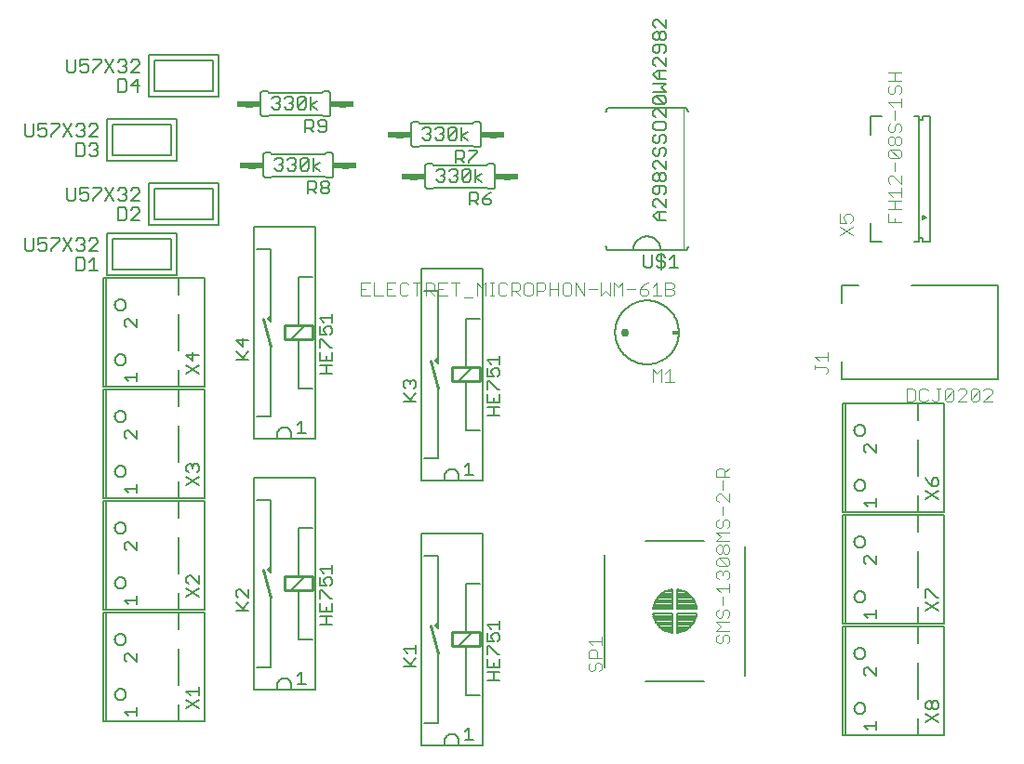
<source format=gto>
G75*
%MOIN*%
%OFA0B0*%
%FSLAX25Y25*%
%IPPOS*%
%LPD*%
%AMOC8*
5,1,8,0,0,1.08239X$1,22.5*
%
%ADD10C,0.00800*%
%ADD11C,0.00400*%
%ADD12C,0.00600*%
%ADD13C,0.01000*%
%ADD14C,0.00500*%
%ADD15C,0.02400*%
%ADD16R,0.03400X0.02400*%
%ADD17C,0.00200*%
%ADD18C,0.02979*%
%ADD19R,0.01870X0.01772*%
D10*
X0210593Y0040970D02*
X0210593Y0081030D01*
X0225259Y0086197D02*
X0246420Y0086246D01*
X0260987Y0084228D02*
X0260987Y0037821D01*
X0246420Y0035803D02*
X0225160Y0035803D01*
X0232693Y0053753D02*
X0231633Y0054316D01*
X0230668Y0055030D01*
X0229820Y0055878D01*
X0229106Y0056843D01*
X0228544Y0057903D01*
X0228144Y0059034D01*
X0227916Y0060213D01*
X0235003Y0060213D01*
X0235003Y0053126D01*
X0233825Y0053354D01*
X0232693Y0053753D01*
X0232839Y0053702D02*
X0235003Y0053702D01*
X0235003Y0054500D02*
X0231384Y0054500D01*
X0230399Y0055299D02*
X0235003Y0055299D01*
X0235003Y0056097D02*
X0229658Y0056097D01*
X0229078Y0056896D02*
X0235003Y0056896D01*
X0235003Y0057694D02*
X0228654Y0057694D01*
X0228335Y0058493D02*
X0235003Y0058493D01*
X0235003Y0059291D02*
X0228094Y0059291D01*
X0227940Y0060090D02*
X0235003Y0060090D01*
X0236578Y0060090D02*
X0243641Y0060090D01*
X0243664Y0060213D02*
X0243437Y0059034D01*
X0243037Y0057903D01*
X0242474Y0056843D01*
X0241761Y0055878D01*
X0240912Y0055030D01*
X0239947Y0054316D01*
X0238887Y0053753D01*
X0237756Y0053354D01*
X0236578Y0053126D01*
X0236578Y0060213D01*
X0243664Y0060213D01*
X0243486Y0059291D02*
X0236578Y0059291D01*
X0236578Y0058493D02*
X0243245Y0058493D01*
X0242926Y0057694D02*
X0236578Y0057694D01*
X0236578Y0056896D02*
X0242502Y0056896D01*
X0241923Y0056097D02*
X0236578Y0056097D01*
X0236578Y0055299D02*
X0241181Y0055299D01*
X0240196Y0054500D02*
X0236578Y0054500D01*
X0236578Y0053702D02*
X0238741Y0053702D01*
X0236578Y0061787D02*
X0243664Y0061787D01*
X0243437Y0062966D01*
X0243037Y0064097D01*
X0242474Y0065157D01*
X0241761Y0066122D01*
X0240912Y0066970D01*
X0239947Y0067684D01*
X0238887Y0068247D01*
X0237756Y0068646D01*
X0236578Y0068874D01*
X0236578Y0061787D01*
X0236578Y0062485D02*
X0243529Y0062485D01*
X0243324Y0063284D02*
X0236578Y0063284D01*
X0236578Y0064082D02*
X0243042Y0064082D01*
X0242621Y0064881D02*
X0236578Y0064881D01*
X0236578Y0065679D02*
X0242088Y0065679D01*
X0241405Y0066478D02*
X0236578Y0066478D01*
X0236578Y0067276D02*
X0240498Y0067276D01*
X0239211Y0068075D02*
X0236578Y0068075D01*
X0236578Y0068873D02*
X0236581Y0068873D01*
X0235003Y0068873D02*
X0235000Y0068873D01*
X0235003Y0068874D02*
X0235003Y0061787D01*
X0227916Y0061787D01*
X0228144Y0062966D01*
X0228544Y0064097D01*
X0229106Y0065157D01*
X0229820Y0066122D01*
X0230668Y0066970D01*
X0231633Y0067684D01*
X0232693Y0068247D01*
X0233825Y0068646D01*
X0235003Y0068874D01*
X0235003Y0068075D02*
X0232370Y0068075D01*
X0231082Y0067276D02*
X0235003Y0067276D01*
X0235003Y0066478D02*
X0230176Y0066478D01*
X0229493Y0065679D02*
X0235003Y0065679D01*
X0235003Y0064881D02*
X0228960Y0064881D01*
X0228538Y0064082D02*
X0235003Y0064082D01*
X0235003Y0063284D02*
X0228256Y0063284D01*
X0228051Y0062485D02*
X0235003Y0062485D01*
X0295436Y0144071D02*
X0295436Y0150370D01*
X0295436Y0144071D02*
X0351735Y0144071D01*
X0351735Y0177929D01*
X0320436Y0177929D01*
X0321696Y0193559D02*
X0323271Y0193559D01*
X0323271Y0194740D01*
X0323271Y0237260D01*
X0323271Y0238441D01*
X0321696Y0238441D01*
X0323271Y0237260D02*
X0324452Y0237260D01*
X0324452Y0238441D01*
X0327208Y0238441D01*
X0327208Y0193559D01*
X0324452Y0193559D01*
X0324452Y0194740D01*
X0323271Y0194740D01*
X0324452Y0201433D02*
X0324452Y0203008D01*
X0326026Y0202220D01*
X0324452Y0201433D01*
X0324452Y0202225D02*
X0326018Y0202225D01*
X0309885Y0193559D02*
X0305948Y0193559D01*
X0305948Y0200252D01*
X0301735Y0177929D02*
X0295436Y0177929D01*
X0295436Y0171630D01*
X0214373Y0161000D02*
X0214376Y0161280D01*
X0214387Y0161560D01*
X0214404Y0161840D01*
X0214428Y0162119D01*
X0214459Y0162398D01*
X0214497Y0162675D01*
X0214541Y0162952D01*
X0214592Y0163227D01*
X0214650Y0163501D01*
X0214715Y0163774D01*
X0214787Y0164045D01*
X0214865Y0164314D01*
X0214949Y0164581D01*
X0215040Y0164846D01*
X0215138Y0165109D01*
X0215242Y0165369D01*
X0215352Y0165627D01*
X0215469Y0165881D01*
X0215592Y0166133D01*
X0215721Y0166382D01*
X0215856Y0166627D01*
X0215997Y0166870D01*
X0216144Y0167108D01*
X0216297Y0167343D01*
X0216456Y0167574D01*
X0216620Y0167801D01*
X0216789Y0168024D01*
X0216965Y0168243D01*
X0217145Y0168457D01*
X0217331Y0168667D01*
X0217521Y0168872D01*
X0217717Y0169073D01*
X0217918Y0169269D01*
X0218123Y0169459D01*
X0218333Y0169645D01*
X0218547Y0169825D01*
X0218766Y0170001D01*
X0218989Y0170170D01*
X0219216Y0170334D01*
X0219447Y0170493D01*
X0219682Y0170646D01*
X0219920Y0170793D01*
X0220163Y0170934D01*
X0220408Y0171069D01*
X0220657Y0171198D01*
X0220909Y0171321D01*
X0221163Y0171438D01*
X0221421Y0171548D01*
X0221681Y0171652D01*
X0221944Y0171750D01*
X0222209Y0171841D01*
X0222476Y0171925D01*
X0222745Y0172003D01*
X0223016Y0172075D01*
X0223289Y0172140D01*
X0223563Y0172198D01*
X0223838Y0172249D01*
X0224115Y0172293D01*
X0224392Y0172331D01*
X0224671Y0172362D01*
X0224950Y0172386D01*
X0225230Y0172403D01*
X0225510Y0172414D01*
X0225790Y0172417D01*
X0226070Y0172414D01*
X0226350Y0172403D01*
X0226630Y0172386D01*
X0226909Y0172362D01*
X0227188Y0172331D01*
X0227465Y0172293D01*
X0227742Y0172249D01*
X0228017Y0172198D01*
X0228291Y0172140D01*
X0228564Y0172075D01*
X0228835Y0172003D01*
X0229104Y0171925D01*
X0229371Y0171841D01*
X0229636Y0171750D01*
X0229899Y0171652D01*
X0230159Y0171548D01*
X0230417Y0171438D01*
X0230671Y0171321D01*
X0230923Y0171198D01*
X0231172Y0171069D01*
X0231417Y0170934D01*
X0231660Y0170793D01*
X0231898Y0170646D01*
X0232133Y0170493D01*
X0232364Y0170334D01*
X0232591Y0170170D01*
X0232814Y0170001D01*
X0233033Y0169825D01*
X0233247Y0169645D01*
X0233457Y0169459D01*
X0233662Y0169269D01*
X0233863Y0169073D01*
X0234059Y0168872D01*
X0234249Y0168667D01*
X0234435Y0168457D01*
X0234615Y0168243D01*
X0234791Y0168024D01*
X0234960Y0167801D01*
X0235124Y0167574D01*
X0235283Y0167343D01*
X0235436Y0167108D01*
X0235583Y0166870D01*
X0235724Y0166627D01*
X0235859Y0166382D01*
X0235988Y0166133D01*
X0236111Y0165881D01*
X0236228Y0165627D01*
X0236338Y0165369D01*
X0236442Y0165109D01*
X0236540Y0164846D01*
X0236631Y0164581D01*
X0236715Y0164314D01*
X0236793Y0164045D01*
X0236865Y0163774D01*
X0236930Y0163501D01*
X0236988Y0163227D01*
X0237039Y0162952D01*
X0237083Y0162675D01*
X0237121Y0162398D01*
X0237152Y0162119D01*
X0237176Y0161840D01*
X0237193Y0161560D01*
X0237204Y0161280D01*
X0237207Y0161000D01*
X0237204Y0160720D01*
X0237193Y0160440D01*
X0237176Y0160160D01*
X0237152Y0159881D01*
X0237121Y0159602D01*
X0237083Y0159325D01*
X0237039Y0159048D01*
X0236988Y0158773D01*
X0236930Y0158499D01*
X0236865Y0158226D01*
X0236793Y0157955D01*
X0236715Y0157686D01*
X0236631Y0157419D01*
X0236540Y0157154D01*
X0236442Y0156891D01*
X0236338Y0156631D01*
X0236228Y0156373D01*
X0236111Y0156119D01*
X0235988Y0155867D01*
X0235859Y0155618D01*
X0235724Y0155373D01*
X0235583Y0155130D01*
X0235436Y0154892D01*
X0235283Y0154657D01*
X0235124Y0154426D01*
X0234960Y0154199D01*
X0234791Y0153976D01*
X0234615Y0153757D01*
X0234435Y0153543D01*
X0234249Y0153333D01*
X0234059Y0153128D01*
X0233863Y0152927D01*
X0233662Y0152731D01*
X0233457Y0152541D01*
X0233247Y0152355D01*
X0233033Y0152175D01*
X0232814Y0151999D01*
X0232591Y0151830D01*
X0232364Y0151666D01*
X0232133Y0151507D01*
X0231898Y0151354D01*
X0231660Y0151207D01*
X0231417Y0151066D01*
X0231172Y0150931D01*
X0230923Y0150802D01*
X0230671Y0150679D01*
X0230417Y0150562D01*
X0230159Y0150452D01*
X0229899Y0150348D01*
X0229636Y0150250D01*
X0229371Y0150159D01*
X0229104Y0150075D01*
X0228835Y0149997D01*
X0228564Y0149925D01*
X0228291Y0149860D01*
X0228017Y0149802D01*
X0227742Y0149751D01*
X0227465Y0149707D01*
X0227188Y0149669D01*
X0226909Y0149638D01*
X0226630Y0149614D01*
X0226350Y0149597D01*
X0226070Y0149586D01*
X0225790Y0149583D01*
X0225510Y0149586D01*
X0225230Y0149597D01*
X0224950Y0149614D01*
X0224671Y0149638D01*
X0224392Y0149669D01*
X0224115Y0149707D01*
X0223838Y0149751D01*
X0223563Y0149802D01*
X0223289Y0149860D01*
X0223016Y0149925D01*
X0222745Y0149997D01*
X0222476Y0150075D01*
X0222209Y0150159D01*
X0221944Y0150250D01*
X0221681Y0150348D01*
X0221421Y0150452D01*
X0221163Y0150562D01*
X0220909Y0150679D01*
X0220657Y0150802D01*
X0220408Y0150931D01*
X0220163Y0151066D01*
X0219920Y0151207D01*
X0219682Y0151354D01*
X0219447Y0151507D01*
X0219216Y0151666D01*
X0218989Y0151830D01*
X0218766Y0151999D01*
X0218547Y0152175D01*
X0218333Y0152355D01*
X0218123Y0152541D01*
X0217918Y0152731D01*
X0217717Y0152927D01*
X0217521Y0153128D01*
X0217331Y0153333D01*
X0217145Y0153543D01*
X0216965Y0153757D01*
X0216789Y0153976D01*
X0216620Y0154199D01*
X0216456Y0154426D01*
X0216297Y0154657D01*
X0216144Y0154892D01*
X0215997Y0155130D01*
X0215856Y0155373D01*
X0215721Y0155618D01*
X0215592Y0155867D01*
X0215469Y0156119D01*
X0215352Y0156373D01*
X0215242Y0156631D01*
X0215138Y0156891D01*
X0215040Y0157154D01*
X0214949Y0157419D01*
X0214865Y0157686D01*
X0214787Y0157955D01*
X0214715Y0158226D01*
X0214650Y0158499D01*
X0214592Y0158773D01*
X0214541Y0159048D01*
X0214497Y0159325D01*
X0214459Y0159602D01*
X0214428Y0159881D01*
X0214404Y0160160D01*
X0214387Y0160440D01*
X0214376Y0160720D01*
X0214373Y0161000D01*
X0305948Y0231748D02*
X0305948Y0238441D01*
X0309885Y0238441D01*
D11*
X0313036Y0235758D02*
X0312269Y0234991D01*
X0312269Y0233456D01*
X0313036Y0232689D01*
X0313804Y0232689D01*
X0314571Y0233456D01*
X0314571Y0234991D01*
X0315338Y0235758D01*
X0316106Y0235758D01*
X0316873Y0234991D01*
X0316873Y0233456D01*
X0316106Y0232689D01*
X0316106Y0231154D02*
X0316873Y0230387D01*
X0316873Y0228852D01*
X0316106Y0228085D01*
X0315338Y0228085D01*
X0314571Y0228852D01*
X0314571Y0230387D01*
X0315338Y0231154D01*
X0316106Y0231154D01*
X0314571Y0230387D02*
X0313804Y0231154D01*
X0313036Y0231154D01*
X0312269Y0230387D01*
X0312269Y0228852D01*
X0313036Y0228085D01*
X0313804Y0228085D01*
X0314571Y0228852D01*
X0313036Y0226550D02*
X0316106Y0226550D01*
X0316873Y0225783D01*
X0316873Y0224248D01*
X0316106Y0223481D01*
X0313036Y0226550D01*
X0312269Y0225783D01*
X0312269Y0224248D01*
X0313036Y0223481D01*
X0316106Y0223481D01*
X0314571Y0221946D02*
X0314571Y0218877D01*
X0313804Y0217342D02*
X0316873Y0214273D01*
X0316873Y0217342D01*
X0313804Y0217342D02*
X0313036Y0217342D01*
X0312269Y0216575D01*
X0312269Y0215041D01*
X0313036Y0214273D01*
X0312269Y0211204D02*
X0316873Y0211204D01*
X0316873Y0209669D02*
X0316873Y0212739D01*
X0313804Y0209669D02*
X0312269Y0211204D01*
X0312269Y0208135D02*
X0316873Y0208135D01*
X0314571Y0208135D02*
X0314571Y0205065D01*
X0316873Y0205065D02*
X0312269Y0205065D01*
X0312269Y0203531D02*
X0312269Y0200461D01*
X0316873Y0200461D01*
X0314571Y0200461D02*
X0314571Y0201996D01*
X0299468Y0202643D02*
X0299468Y0201108D01*
X0298701Y0200341D01*
X0297166Y0200341D02*
X0296399Y0201876D01*
X0296399Y0202643D01*
X0297166Y0203410D01*
X0298701Y0203410D01*
X0299468Y0202643D01*
X0297166Y0200341D02*
X0294864Y0200341D01*
X0294864Y0203410D01*
X0294864Y0198806D02*
X0299468Y0195737D01*
X0299468Y0198806D02*
X0294864Y0195737D01*
X0290590Y0153873D02*
X0290590Y0150804D01*
X0290590Y0152339D02*
X0285986Y0152339D01*
X0287521Y0150804D01*
X0285986Y0149269D02*
X0285986Y0147735D01*
X0285986Y0148502D02*
X0289823Y0148502D01*
X0290590Y0147735D01*
X0290590Y0146967D01*
X0289823Y0146200D01*
X0318763Y0140804D02*
X0318763Y0136200D01*
X0321065Y0136200D01*
X0321832Y0136967D01*
X0321832Y0140037D01*
X0321065Y0140804D01*
X0318763Y0140804D01*
X0323367Y0140037D02*
X0323367Y0136967D01*
X0324134Y0136200D01*
X0325669Y0136200D01*
X0326436Y0136967D01*
X0327971Y0136967D02*
X0328738Y0136200D01*
X0329505Y0136200D01*
X0330273Y0136967D01*
X0330273Y0140804D01*
X0331040Y0140804D02*
X0329505Y0140804D01*
X0326436Y0140037D02*
X0325669Y0140804D01*
X0324134Y0140804D01*
X0323367Y0140037D01*
X0332575Y0140037D02*
X0332575Y0136967D01*
X0335644Y0140037D01*
X0335644Y0136967D01*
X0334876Y0136200D01*
X0333342Y0136200D01*
X0332575Y0136967D01*
X0332575Y0140037D02*
X0333342Y0140804D01*
X0334876Y0140804D01*
X0335644Y0140037D01*
X0337178Y0140037D02*
X0337946Y0140804D01*
X0339480Y0140804D01*
X0340248Y0140037D01*
X0340248Y0139269D01*
X0337178Y0136200D01*
X0340248Y0136200D01*
X0341782Y0136967D02*
X0341782Y0140037D01*
X0342550Y0140804D01*
X0344084Y0140804D01*
X0344852Y0140037D01*
X0341782Y0136967D01*
X0342550Y0136200D01*
X0344084Y0136200D01*
X0344852Y0136967D01*
X0344852Y0140037D01*
X0346386Y0140037D02*
X0347154Y0140804D01*
X0348688Y0140804D01*
X0349456Y0140037D01*
X0349456Y0139269D01*
X0346386Y0136200D01*
X0349456Y0136200D01*
X0255275Y0112309D02*
X0253741Y0110775D01*
X0253741Y0111542D02*
X0253741Y0109240D01*
X0255275Y0109240D02*
X0250671Y0109240D01*
X0250671Y0111542D01*
X0251439Y0112309D01*
X0252973Y0112309D01*
X0253741Y0111542D01*
X0252973Y0107705D02*
X0252973Y0104636D01*
X0252206Y0103101D02*
X0251439Y0103101D01*
X0250671Y0102334D01*
X0250671Y0100799D01*
X0251439Y0100032D01*
X0252973Y0098498D02*
X0252973Y0095428D01*
X0253741Y0093894D02*
X0254508Y0093894D01*
X0255275Y0093126D01*
X0255275Y0091592D01*
X0254508Y0090824D01*
X0255275Y0089290D02*
X0250671Y0089290D01*
X0252206Y0087755D01*
X0250671Y0086220D01*
X0255275Y0086220D01*
X0254508Y0084686D02*
X0255275Y0083918D01*
X0255275Y0082384D01*
X0254508Y0081616D01*
X0253741Y0081616D01*
X0252973Y0082384D01*
X0252973Y0083918D01*
X0253741Y0084686D01*
X0254508Y0084686D01*
X0252973Y0083918D02*
X0252206Y0084686D01*
X0251439Y0084686D01*
X0250671Y0083918D01*
X0250671Y0082384D01*
X0251439Y0081616D01*
X0252206Y0081616D01*
X0252973Y0082384D01*
X0251439Y0080082D02*
X0250671Y0079314D01*
X0250671Y0077780D01*
X0251439Y0077013D01*
X0254508Y0077013D01*
X0251439Y0080082D01*
X0254508Y0080082D01*
X0255275Y0079314D01*
X0255275Y0077780D01*
X0254508Y0077013D01*
X0254508Y0075478D02*
X0255275Y0074711D01*
X0255275Y0073176D01*
X0254508Y0072409D01*
X0255275Y0070874D02*
X0255275Y0067805D01*
X0255275Y0069339D02*
X0250671Y0069339D01*
X0252206Y0067805D01*
X0252973Y0066270D02*
X0252973Y0063201D01*
X0253741Y0061666D02*
X0254508Y0061666D01*
X0255275Y0060899D01*
X0255275Y0059364D01*
X0254508Y0058597D01*
X0252973Y0059364D02*
X0252973Y0060899D01*
X0253741Y0061666D01*
X0251439Y0061666D02*
X0250671Y0060899D01*
X0250671Y0059364D01*
X0251439Y0058597D01*
X0252206Y0058597D01*
X0252973Y0059364D01*
X0250671Y0057062D02*
X0255275Y0057062D01*
X0255275Y0053993D02*
X0250671Y0053993D01*
X0252206Y0055528D01*
X0250671Y0057062D01*
X0251439Y0052458D02*
X0250671Y0051691D01*
X0250671Y0050156D01*
X0251439Y0049389D01*
X0252206Y0049389D01*
X0252973Y0050156D01*
X0252973Y0051691D01*
X0253741Y0052458D01*
X0254508Y0052458D01*
X0255275Y0051691D01*
X0255275Y0050156D01*
X0254508Y0049389D01*
X0251439Y0072409D02*
X0250671Y0073176D01*
X0250671Y0074711D01*
X0251439Y0075478D01*
X0252206Y0075478D01*
X0252973Y0074711D01*
X0253741Y0075478D01*
X0254508Y0075478D01*
X0252973Y0074711D02*
X0252973Y0073943D01*
X0252206Y0090824D02*
X0252973Y0091592D01*
X0252973Y0093126D01*
X0253741Y0093894D01*
X0251439Y0093894D02*
X0250671Y0093126D01*
X0250671Y0091592D01*
X0251439Y0090824D01*
X0252206Y0090824D01*
X0255275Y0100032D02*
X0252206Y0103101D01*
X0255275Y0103101D02*
X0255275Y0100032D01*
X0235456Y0143200D02*
X0232386Y0143200D01*
X0230852Y0143200D02*
X0230852Y0147804D01*
X0229317Y0146269D01*
X0227782Y0147804D01*
X0227782Y0143200D01*
X0232386Y0146269D02*
X0233921Y0147804D01*
X0233921Y0143200D01*
X0234688Y0174200D02*
X0232386Y0174200D01*
X0232386Y0178804D01*
X0234688Y0178804D01*
X0235455Y0178037D01*
X0235455Y0177269D01*
X0234688Y0176502D01*
X0232386Y0176502D01*
X0234688Y0176502D02*
X0235455Y0175735D01*
X0235455Y0174967D01*
X0234688Y0174200D01*
X0230851Y0174200D02*
X0227782Y0174200D01*
X0229317Y0174200D02*
X0229317Y0178804D01*
X0227782Y0177269D01*
X0226248Y0175735D02*
X0225480Y0176502D01*
X0223178Y0176502D01*
X0223178Y0174967D01*
X0223946Y0174200D01*
X0225480Y0174200D01*
X0226248Y0174967D01*
X0226248Y0175735D01*
X0224713Y0178037D02*
X0223178Y0176502D01*
X0221644Y0176502D02*
X0218574Y0176502D01*
X0217040Y0178804D02*
X0217040Y0174200D01*
X0213970Y0174200D02*
X0213970Y0178804D01*
X0215505Y0177269D01*
X0217040Y0178804D01*
X0212436Y0178804D02*
X0212436Y0174200D01*
X0210901Y0175735D01*
X0209366Y0174200D01*
X0209366Y0178804D01*
X0207832Y0176502D02*
X0204763Y0176502D01*
X0203228Y0174200D02*
X0203228Y0178804D01*
X0200159Y0178804D02*
X0203228Y0174200D01*
X0200159Y0174200D02*
X0200159Y0178804D01*
X0198624Y0178037D02*
X0197857Y0178804D01*
X0196322Y0178804D01*
X0195555Y0178037D01*
X0195555Y0174967D01*
X0196322Y0174200D01*
X0197857Y0174200D01*
X0198624Y0174967D01*
X0198624Y0178037D01*
X0194020Y0178804D02*
X0194020Y0174200D01*
X0194020Y0176502D02*
X0190951Y0176502D01*
X0189416Y0176502D02*
X0189416Y0178037D01*
X0188649Y0178804D01*
X0186347Y0178804D01*
X0186347Y0174200D01*
X0186347Y0175735D02*
X0188649Y0175735D01*
X0189416Y0176502D01*
X0190951Y0174200D02*
X0190951Y0178804D01*
X0184812Y0178037D02*
X0184812Y0174967D01*
X0184045Y0174200D01*
X0182510Y0174200D01*
X0181743Y0174967D01*
X0181743Y0178037D01*
X0182510Y0178804D01*
X0184045Y0178804D01*
X0184812Y0178037D01*
X0180208Y0178037D02*
X0180208Y0176502D01*
X0179441Y0175735D01*
X0177139Y0175735D01*
X0178674Y0175735D02*
X0180208Y0174200D01*
X0177139Y0174200D02*
X0177139Y0178804D01*
X0179441Y0178804D01*
X0180208Y0178037D01*
X0175604Y0178037D02*
X0174837Y0178804D01*
X0173302Y0178804D01*
X0172535Y0178037D01*
X0172535Y0174967D01*
X0173302Y0174200D01*
X0174837Y0174200D01*
X0175604Y0174967D01*
X0171000Y0174200D02*
X0169466Y0174200D01*
X0170233Y0174200D02*
X0170233Y0178804D01*
X0169466Y0178804D02*
X0171000Y0178804D01*
X0167931Y0178804D02*
X0166397Y0177269D01*
X0164862Y0178804D01*
X0164862Y0174200D01*
X0163327Y0173433D02*
X0160258Y0173433D01*
X0157189Y0174200D02*
X0157189Y0178804D01*
X0158723Y0178804D02*
X0155654Y0178804D01*
X0154119Y0178804D02*
X0151050Y0178804D01*
X0151050Y0174200D01*
X0154119Y0174200D01*
X0152585Y0176502D02*
X0151050Y0176502D01*
X0149515Y0176502D02*
X0149515Y0178037D01*
X0148748Y0178804D01*
X0146446Y0178804D01*
X0146446Y0174200D01*
X0146446Y0175735D02*
X0148748Y0175735D01*
X0149515Y0176502D01*
X0147981Y0175735D02*
X0149515Y0174200D01*
X0143377Y0174200D02*
X0143377Y0178804D01*
X0141842Y0178804D02*
X0144912Y0178804D01*
X0140308Y0178037D02*
X0139540Y0178804D01*
X0138006Y0178804D01*
X0137238Y0178037D01*
X0137238Y0174967D01*
X0138006Y0174200D01*
X0139540Y0174200D01*
X0140308Y0174967D01*
X0135704Y0174200D02*
X0132634Y0174200D01*
X0132634Y0178804D01*
X0135704Y0178804D01*
X0134169Y0176502D02*
X0132634Y0176502D01*
X0131100Y0174200D02*
X0128030Y0174200D01*
X0128030Y0178804D01*
X0126496Y0178804D02*
X0123427Y0178804D01*
X0123427Y0174200D01*
X0126496Y0174200D01*
X0124961Y0176502D02*
X0123427Y0176502D01*
X0167931Y0178804D02*
X0167931Y0174200D01*
X0224713Y0178037D02*
X0226248Y0178804D01*
X0312269Y0243431D02*
X0316873Y0243431D01*
X0316873Y0241897D02*
X0316873Y0244966D01*
X0316106Y0246501D02*
X0316873Y0247268D01*
X0316873Y0248803D01*
X0316106Y0249570D01*
X0315338Y0249570D01*
X0314571Y0248803D01*
X0314571Y0247268D01*
X0313804Y0246501D01*
X0313036Y0246501D01*
X0312269Y0247268D01*
X0312269Y0248803D01*
X0313036Y0249570D01*
X0312269Y0251105D02*
X0316873Y0251105D01*
X0314571Y0251105D02*
X0314571Y0254174D01*
X0312269Y0254174D02*
X0316873Y0254174D01*
X0312269Y0243431D02*
X0313804Y0241897D01*
X0314571Y0240362D02*
X0314571Y0237293D01*
X0209493Y0051817D02*
X0209493Y0048748D01*
X0209493Y0050283D02*
X0204889Y0050283D01*
X0206424Y0048748D01*
X0205657Y0047213D02*
X0207191Y0047213D01*
X0207959Y0046446D01*
X0207959Y0044144D01*
X0209493Y0044144D02*
X0204889Y0044144D01*
X0204889Y0046446D01*
X0205657Y0047213D01*
X0205657Y0042609D02*
X0204889Y0041842D01*
X0204889Y0040307D01*
X0205657Y0039540D01*
X0206424Y0039540D01*
X0207191Y0040307D01*
X0207191Y0041842D01*
X0207959Y0042609D01*
X0208726Y0042609D01*
X0209493Y0041842D01*
X0209493Y0040307D01*
X0208726Y0039540D01*
D12*
X0031889Y0021358D02*
X0031089Y0021358D01*
X0031089Y0060657D01*
X0031889Y0060657D01*
X0057889Y0060657D01*
X0067290Y0060657D01*
X0067290Y0021358D01*
X0057889Y0021358D01*
X0031889Y0021358D01*
X0031889Y0060657D01*
X0031889Y0061358D02*
X0031089Y0061358D01*
X0031089Y0100657D01*
X0031889Y0100657D01*
X0057889Y0100657D01*
X0067290Y0100657D01*
X0067290Y0061358D01*
X0057889Y0061358D01*
X0031889Y0061358D01*
X0031889Y0100657D01*
X0031889Y0101358D02*
X0031089Y0101358D01*
X0031089Y0140657D01*
X0031889Y0140657D01*
X0057889Y0140657D01*
X0067290Y0140657D01*
X0067290Y0101358D01*
X0057889Y0101358D01*
X0031889Y0101358D01*
X0031889Y0140657D01*
X0031889Y0141358D02*
X0031089Y0141358D01*
X0031089Y0180657D01*
X0031889Y0180657D01*
X0057889Y0180657D01*
X0067290Y0180657D01*
X0067290Y0141358D01*
X0057889Y0141358D01*
X0031889Y0141358D01*
X0031889Y0180657D01*
X0032290Y0181500D02*
X0032290Y0196500D01*
X0057290Y0196500D01*
X0057290Y0181500D01*
X0032290Y0181500D01*
X0034290Y0183500D02*
X0034290Y0194500D01*
X0055290Y0194500D01*
X0055290Y0183500D01*
X0034290Y0183500D01*
X0035090Y0170857D02*
X0035092Y0170946D01*
X0035098Y0171035D01*
X0035108Y0171124D01*
X0035122Y0171212D01*
X0035139Y0171299D01*
X0035161Y0171385D01*
X0035187Y0171471D01*
X0035216Y0171555D01*
X0035249Y0171638D01*
X0035285Y0171719D01*
X0035326Y0171799D01*
X0035369Y0171876D01*
X0035416Y0171952D01*
X0035467Y0172025D01*
X0035520Y0172096D01*
X0035577Y0172165D01*
X0035637Y0172231D01*
X0035700Y0172295D01*
X0035765Y0172355D01*
X0035833Y0172413D01*
X0035904Y0172467D01*
X0035977Y0172518D01*
X0036052Y0172566D01*
X0036129Y0172611D01*
X0036208Y0172652D01*
X0036289Y0172689D01*
X0036371Y0172723D01*
X0036455Y0172754D01*
X0036540Y0172780D01*
X0036626Y0172803D01*
X0036713Y0172821D01*
X0036801Y0172836D01*
X0036890Y0172847D01*
X0036979Y0172854D01*
X0037068Y0172857D01*
X0037157Y0172856D01*
X0037246Y0172851D01*
X0037334Y0172842D01*
X0037423Y0172829D01*
X0037510Y0172812D01*
X0037597Y0172792D01*
X0037683Y0172767D01*
X0037767Y0172739D01*
X0037850Y0172707D01*
X0037932Y0172671D01*
X0038012Y0172632D01*
X0038090Y0172589D01*
X0038166Y0172543D01*
X0038240Y0172493D01*
X0038312Y0172440D01*
X0038381Y0172384D01*
X0038448Y0172325D01*
X0038512Y0172263D01*
X0038573Y0172199D01*
X0038632Y0172131D01*
X0038687Y0172061D01*
X0038739Y0171989D01*
X0038788Y0171914D01*
X0038833Y0171838D01*
X0038875Y0171759D01*
X0038913Y0171679D01*
X0038948Y0171597D01*
X0038979Y0171513D01*
X0039007Y0171428D01*
X0039030Y0171342D01*
X0039050Y0171255D01*
X0039066Y0171168D01*
X0039078Y0171079D01*
X0039086Y0170991D01*
X0039090Y0170902D01*
X0039090Y0170812D01*
X0039086Y0170723D01*
X0039078Y0170635D01*
X0039066Y0170546D01*
X0039050Y0170459D01*
X0039030Y0170372D01*
X0039007Y0170286D01*
X0038979Y0170201D01*
X0038948Y0170117D01*
X0038913Y0170035D01*
X0038875Y0169955D01*
X0038833Y0169876D01*
X0038788Y0169800D01*
X0038739Y0169725D01*
X0038687Y0169653D01*
X0038632Y0169583D01*
X0038573Y0169515D01*
X0038512Y0169451D01*
X0038448Y0169389D01*
X0038381Y0169330D01*
X0038312Y0169274D01*
X0038240Y0169221D01*
X0038166Y0169171D01*
X0038090Y0169125D01*
X0038012Y0169082D01*
X0037932Y0169043D01*
X0037850Y0169007D01*
X0037767Y0168975D01*
X0037683Y0168947D01*
X0037597Y0168922D01*
X0037510Y0168902D01*
X0037423Y0168885D01*
X0037334Y0168872D01*
X0037246Y0168863D01*
X0037157Y0168858D01*
X0037068Y0168857D01*
X0036979Y0168860D01*
X0036890Y0168867D01*
X0036801Y0168878D01*
X0036713Y0168893D01*
X0036626Y0168911D01*
X0036540Y0168934D01*
X0036455Y0168960D01*
X0036371Y0168991D01*
X0036289Y0169025D01*
X0036208Y0169062D01*
X0036129Y0169103D01*
X0036052Y0169148D01*
X0035977Y0169196D01*
X0035904Y0169247D01*
X0035833Y0169301D01*
X0035765Y0169359D01*
X0035700Y0169419D01*
X0035637Y0169483D01*
X0035577Y0169549D01*
X0035520Y0169618D01*
X0035467Y0169689D01*
X0035416Y0169762D01*
X0035369Y0169838D01*
X0035326Y0169915D01*
X0035285Y0169995D01*
X0035249Y0170076D01*
X0035216Y0170159D01*
X0035187Y0170243D01*
X0035161Y0170329D01*
X0035139Y0170415D01*
X0035122Y0170502D01*
X0035108Y0170590D01*
X0035098Y0170679D01*
X0035092Y0170768D01*
X0035090Y0170857D01*
X0057889Y0167358D02*
X0057889Y0154657D01*
X0057889Y0147657D02*
X0057889Y0141358D01*
X0057889Y0140657D02*
X0057889Y0134358D01*
X0057889Y0127358D02*
X0057889Y0114657D01*
X0057889Y0107657D02*
X0057889Y0101358D01*
X0057889Y0100657D02*
X0057889Y0094358D01*
X0057889Y0087358D02*
X0057889Y0074657D01*
X0057889Y0067657D02*
X0057889Y0061358D01*
X0057889Y0060657D02*
X0057889Y0054358D01*
X0057889Y0047358D02*
X0057889Y0034657D01*
X0057889Y0027657D02*
X0057889Y0021358D01*
X0035090Y0031157D02*
X0035092Y0031246D01*
X0035098Y0031335D01*
X0035108Y0031424D01*
X0035122Y0031512D01*
X0035139Y0031599D01*
X0035161Y0031685D01*
X0035187Y0031771D01*
X0035216Y0031855D01*
X0035249Y0031938D01*
X0035285Y0032019D01*
X0035326Y0032099D01*
X0035369Y0032176D01*
X0035416Y0032252D01*
X0035467Y0032325D01*
X0035520Y0032396D01*
X0035577Y0032465D01*
X0035637Y0032531D01*
X0035700Y0032595D01*
X0035765Y0032655D01*
X0035833Y0032713D01*
X0035904Y0032767D01*
X0035977Y0032818D01*
X0036052Y0032866D01*
X0036129Y0032911D01*
X0036208Y0032952D01*
X0036289Y0032989D01*
X0036371Y0033023D01*
X0036455Y0033054D01*
X0036540Y0033080D01*
X0036626Y0033103D01*
X0036713Y0033121D01*
X0036801Y0033136D01*
X0036890Y0033147D01*
X0036979Y0033154D01*
X0037068Y0033157D01*
X0037157Y0033156D01*
X0037246Y0033151D01*
X0037334Y0033142D01*
X0037423Y0033129D01*
X0037510Y0033112D01*
X0037597Y0033092D01*
X0037683Y0033067D01*
X0037767Y0033039D01*
X0037850Y0033007D01*
X0037932Y0032971D01*
X0038012Y0032932D01*
X0038090Y0032889D01*
X0038166Y0032843D01*
X0038240Y0032793D01*
X0038312Y0032740D01*
X0038381Y0032684D01*
X0038448Y0032625D01*
X0038512Y0032563D01*
X0038573Y0032499D01*
X0038632Y0032431D01*
X0038687Y0032361D01*
X0038739Y0032289D01*
X0038788Y0032214D01*
X0038833Y0032138D01*
X0038875Y0032059D01*
X0038913Y0031979D01*
X0038948Y0031897D01*
X0038979Y0031813D01*
X0039007Y0031728D01*
X0039030Y0031642D01*
X0039050Y0031555D01*
X0039066Y0031468D01*
X0039078Y0031379D01*
X0039086Y0031291D01*
X0039090Y0031202D01*
X0039090Y0031112D01*
X0039086Y0031023D01*
X0039078Y0030935D01*
X0039066Y0030846D01*
X0039050Y0030759D01*
X0039030Y0030672D01*
X0039007Y0030586D01*
X0038979Y0030501D01*
X0038948Y0030417D01*
X0038913Y0030335D01*
X0038875Y0030255D01*
X0038833Y0030176D01*
X0038788Y0030100D01*
X0038739Y0030025D01*
X0038687Y0029953D01*
X0038632Y0029883D01*
X0038573Y0029815D01*
X0038512Y0029751D01*
X0038448Y0029689D01*
X0038381Y0029630D01*
X0038312Y0029574D01*
X0038240Y0029521D01*
X0038166Y0029471D01*
X0038090Y0029425D01*
X0038012Y0029382D01*
X0037932Y0029343D01*
X0037850Y0029307D01*
X0037767Y0029275D01*
X0037683Y0029247D01*
X0037597Y0029222D01*
X0037510Y0029202D01*
X0037423Y0029185D01*
X0037334Y0029172D01*
X0037246Y0029163D01*
X0037157Y0029158D01*
X0037068Y0029157D01*
X0036979Y0029160D01*
X0036890Y0029167D01*
X0036801Y0029178D01*
X0036713Y0029193D01*
X0036626Y0029211D01*
X0036540Y0029234D01*
X0036455Y0029260D01*
X0036371Y0029291D01*
X0036289Y0029325D01*
X0036208Y0029362D01*
X0036129Y0029403D01*
X0036052Y0029448D01*
X0035977Y0029496D01*
X0035904Y0029547D01*
X0035833Y0029601D01*
X0035765Y0029659D01*
X0035700Y0029719D01*
X0035637Y0029783D01*
X0035577Y0029849D01*
X0035520Y0029918D01*
X0035467Y0029989D01*
X0035416Y0030062D01*
X0035369Y0030138D01*
X0035326Y0030215D01*
X0035285Y0030295D01*
X0035249Y0030376D01*
X0035216Y0030459D01*
X0035187Y0030543D01*
X0035161Y0030629D01*
X0035139Y0030715D01*
X0035122Y0030802D01*
X0035108Y0030890D01*
X0035098Y0030979D01*
X0035092Y0031068D01*
X0035090Y0031157D01*
X0035090Y0050857D02*
X0035092Y0050946D01*
X0035098Y0051035D01*
X0035108Y0051124D01*
X0035122Y0051212D01*
X0035139Y0051299D01*
X0035161Y0051385D01*
X0035187Y0051471D01*
X0035216Y0051555D01*
X0035249Y0051638D01*
X0035285Y0051719D01*
X0035326Y0051799D01*
X0035369Y0051876D01*
X0035416Y0051952D01*
X0035467Y0052025D01*
X0035520Y0052096D01*
X0035577Y0052165D01*
X0035637Y0052231D01*
X0035700Y0052295D01*
X0035765Y0052355D01*
X0035833Y0052413D01*
X0035904Y0052467D01*
X0035977Y0052518D01*
X0036052Y0052566D01*
X0036129Y0052611D01*
X0036208Y0052652D01*
X0036289Y0052689D01*
X0036371Y0052723D01*
X0036455Y0052754D01*
X0036540Y0052780D01*
X0036626Y0052803D01*
X0036713Y0052821D01*
X0036801Y0052836D01*
X0036890Y0052847D01*
X0036979Y0052854D01*
X0037068Y0052857D01*
X0037157Y0052856D01*
X0037246Y0052851D01*
X0037334Y0052842D01*
X0037423Y0052829D01*
X0037510Y0052812D01*
X0037597Y0052792D01*
X0037683Y0052767D01*
X0037767Y0052739D01*
X0037850Y0052707D01*
X0037932Y0052671D01*
X0038012Y0052632D01*
X0038090Y0052589D01*
X0038166Y0052543D01*
X0038240Y0052493D01*
X0038312Y0052440D01*
X0038381Y0052384D01*
X0038448Y0052325D01*
X0038512Y0052263D01*
X0038573Y0052199D01*
X0038632Y0052131D01*
X0038687Y0052061D01*
X0038739Y0051989D01*
X0038788Y0051914D01*
X0038833Y0051838D01*
X0038875Y0051759D01*
X0038913Y0051679D01*
X0038948Y0051597D01*
X0038979Y0051513D01*
X0039007Y0051428D01*
X0039030Y0051342D01*
X0039050Y0051255D01*
X0039066Y0051168D01*
X0039078Y0051079D01*
X0039086Y0050991D01*
X0039090Y0050902D01*
X0039090Y0050812D01*
X0039086Y0050723D01*
X0039078Y0050635D01*
X0039066Y0050546D01*
X0039050Y0050459D01*
X0039030Y0050372D01*
X0039007Y0050286D01*
X0038979Y0050201D01*
X0038948Y0050117D01*
X0038913Y0050035D01*
X0038875Y0049955D01*
X0038833Y0049876D01*
X0038788Y0049800D01*
X0038739Y0049725D01*
X0038687Y0049653D01*
X0038632Y0049583D01*
X0038573Y0049515D01*
X0038512Y0049451D01*
X0038448Y0049389D01*
X0038381Y0049330D01*
X0038312Y0049274D01*
X0038240Y0049221D01*
X0038166Y0049171D01*
X0038090Y0049125D01*
X0038012Y0049082D01*
X0037932Y0049043D01*
X0037850Y0049007D01*
X0037767Y0048975D01*
X0037683Y0048947D01*
X0037597Y0048922D01*
X0037510Y0048902D01*
X0037423Y0048885D01*
X0037334Y0048872D01*
X0037246Y0048863D01*
X0037157Y0048858D01*
X0037068Y0048857D01*
X0036979Y0048860D01*
X0036890Y0048867D01*
X0036801Y0048878D01*
X0036713Y0048893D01*
X0036626Y0048911D01*
X0036540Y0048934D01*
X0036455Y0048960D01*
X0036371Y0048991D01*
X0036289Y0049025D01*
X0036208Y0049062D01*
X0036129Y0049103D01*
X0036052Y0049148D01*
X0035977Y0049196D01*
X0035904Y0049247D01*
X0035833Y0049301D01*
X0035765Y0049359D01*
X0035700Y0049419D01*
X0035637Y0049483D01*
X0035577Y0049549D01*
X0035520Y0049618D01*
X0035467Y0049689D01*
X0035416Y0049762D01*
X0035369Y0049838D01*
X0035326Y0049915D01*
X0035285Y0049995D01*
X0035249Y0050076D01*
X0035216Y0050159D01*
X0035187Y0050243D01*
X0035161Y0050329D01*
X0035139Y0050415D01*
X0035122Y0050502D01*
X0035108Y0050590D01*
X0035098Y0050679D01*
X0035092Y0050768D01*
X0035090Y0050857D01*
X0035090Y0071157D02*
X0035092Y0071246D01*
X0035098Y0071335D01*
X0035108Y0071424D01*
X0035122Y0071512D01*
X0035139Y0071599D01*
X0035161Y0071685D01*
X0035187Y0071771D01*
X0035216Y0071855D01*
X0035249Y0071938D01*
X0035285Y0072019D01*
X0035326Y0072099D01*
X0035369Y0072176D01*
X0035416Y0072252D01*
X0035467Y0072325D01*
X0035520Y0072396D01*
X0035577Y0072465D01*
X0035637Y0072531D01*
X0035700Y0072595D01*
X0035765Y0072655D01*
X0035833Y0072713D01*
X0035904Y0072767D01*
X0035977Y0072818D01*
X0036052Y0072866D01*
X0036129Y0072911D01*
X0036208Y0072952D01*
X0036289Y0072989D01*
X0036371Y0073023D01*
X0036455Y0073054D01*
X0036540Y0073080D01*
X0036626Y0073103D01*
X0036713Y0073121D01*
X0036801Y0073136D01*
X0036890Y0073147D01*
X0036979Y0073154D01*
X0037068Y0073157D01*
X0037157Y0073156D01*
X0037246Y0073151D01*
X0037334Y0073142D01*
X0037423Y0073129D01*
X0037510Y0073112D01*
X0037597Y0073092D01*
X0037683Y0073067D01*
X0037767Y0073039D01*
X0037850Y0073007D01*
X0037932Y0072971D01*
X0038012Y0072932D01*
X0038090Y0072889D01*
X0038166Y0072843D01*
X0038240Y0072793D01*
X0038312Y0072740D01*
X0038381Y0072684D01*
X0038448Y0072625D01*
X0038512Y0072563D01*
X0038573Y0072499D01*
X0038632Y0072431D01*
X0038687Y0072361D01*
X0038739Y0072289D01*
X0038788Y0072214D01*
X0038833Y0072138D01*
X0038875Y0072059D01*
X0038913Y0071979D01*
X0038948Y0071897D01*
X0038979Y0071813D01*
X0039007Y0071728D01*
X0039030Y0071642D01*
X0039050Y0071555D01*
X0039066Y0071468D01*
X0039078Y0071379D01*
X0039086Y0071291D01*
X0039090Y0071202D01*
X0039090Y0071112D01*
X0039086Y0071023D01*
X0039078Y0070935D01*
X0039066Y0070846D01*
X0039050Y0070759D01*
X0039030Y0070672D01*
X0039007Y0070586D01*
X0038979Y0070501D01*
X0038948Y0070417D01*
X0038913Y0070335D01*
X0038875Y0070255D01*
X0038833Y0070176D01*
X0038788Y0070100D01*
X0038739Y0070025D01*
X0038687Y0069953D01*
X0038632Y0069883D01*
X0038573Y0069815D01*
X0038512Y0069751D01*
X0038448Y0069689D01*
X0038381Y0069630D01*
X0038312Y0069574D01*
X0038240Y0069521D01*
X0038166Y0069471D01*
X0038090Y0069425D01*
X0038012Y0069382D01*
X0037932Y0069343D01*
X0037850Y0069307D01*
X0037767Y0069275D01*
X0037683Y0069247D01*
X0037597Y0069222D01*
X0037510Y0069202D01*
X0037423Y0069185D01*
X0037334Y0069172D01*
X0037246Y0069163D01*
X0037157Y0069158D01*
X0037068Y0069157D01*
X0036979Y0069160D01*
X0036890Y0069167D01*
X0036801Y0069178D01*
X0036713Y0069193D01*
X0036626Y0069211D01*
X0036540Y0069234D01*
X0036455Y0069260D01*
X0036371Y0069291D01*
X0036289Y0069325D01*
X0036208Y0069362D01*
X0036129Y0069403D01*
X0036052Y0069448D01*
X0035977Y0069496D01*
X0035904Y0069547D01*
X0035833Y0069601D01*
X0035765Y0069659D01*
X0035700Y0069719D01*
X0035637Y0069783D01*
X0035577Y0069849D01*
X0035520Y0069918D01*
X0035467Y0069989D01*
X0035416Y0070062D01*
X0035369Y0070138D01*
X0035326Y0070215D01*
X0035285Y0070295D01*
X0035249Y0070376D01*
X0035216Y0070459D01*
X0035187Y0070543D01*
X0035161Y0070629D01*
X0035139Y0070715D01*
X0035122Y0070802D01*
X0035108Y0070890D01*
X0035098Y0070979D01*
X0035092Y0071068D01*
X0035090Y0071157D01*
X0035090Y0090857D02*
X0035092Y0090946D01*
X0035098Y0091035D01*
X0035108Y0091124D01*
X0035122Y0091212D01*
X0035139Y0091299D01*
X0035161Y0091385D01*
X0035187Y0091471D01*
X0035216Y0091555D01*
X0035249Y0091638D01*
X0035285Y0091719D01*
X0035326Y0091799D01*
X0035369Y0091876D01*
X0035416Y0091952D01*
X0035467Y0092025D01*
X0035520Y0092096D01*
X0035577Y0092165D01*
X0035637Y0092231D01*
X0035700Y0092295D01*
X0035765Y0092355D01*
X0035833Y0092413D01*
X0035904Y0092467D01*
X0035977Y0092518D01*
X0036052Y0092566D01*
X0036129Y0092611D01*
X0036208Y0092652D01*
X0036289Y0092689D01*
X0036371Y0092723D01*
X0036455Y0092754D01*
X0036540Y0092780D01*
X0036626Y0092803D01*
X0036713Y0092821D01*
X0036801Y0092836D01*
X0036890Y0092847D01*
X0036979Y0092854D01*
X0037068Y0092857D01*
X0037157Y0092856D01*
X0037246Y0092851D01*
X0037334Y0092842D01*
X0037423Y0092829D01*
X0037510Y0092812D01*
X0037597Y0092792D01*
X0037683Y0092767D01*
X0037767Y0092739D01*
X0037850Y0092707D01*
X0037932Y0092671D01*
X0038012Y0092632D01*
X0038090Y0092589D01*
X0038166Y0092543D01*
X0038240Y0092493D01*
X0038312Y0092440D01*
X0038381Y0092384D01*
X0038448Y0092325D01*
X0038512Y0092263D01*
X0038573Y0092199D01*
X0038632Y0092131D01*
X0038687Y0092061D01*
X0038739Y0091989D01*
X0038788Y0091914D01*
X0038833Y0091838D01*
X0038875Y0091759D01*
X0038913Y0091679D01*
X0038948Y0091597D01*
X0038979Y0091513D01*
X0039007Y0091428D01*
X0039030Y0091342D01*
X0039050Y0091255D01*
X0039066Y0091168D01*
X0039078Y0091079D01*
X0039086Y0090991D01*
X0039090Y0090902D01*
X0039090Y0090812D01*
X0039086Y0090723D01*
X0039078Y0090635D01*
X0039066Y0090546D01*
X0039050Y0090459D01*
X0039030Y0090372D01*
X0039007Y0090286D01*
X0038979Y0090201D01*
X0038948Y0090117D01*
X0038913Y0090035D01*
X0038875Y0089955D01*
X0038833Y0089876D01*
X0038788Y0089800D01*
X0038739Y0089725D01*
X0038687Y0089653D01*
X0038632Y0089583D01*
X0038573Y0089515D01*
X0038512Y0089451D01*
X0038448Y0089389D01*
X0038381Y0089330D01*
X0038312Y0089274D01*
X0038240Y0089221D01*
X0038166Y0089171D01*
X0038090Y0089125D01*
X0038012Y0089082D01*
X0037932Y0089043D01*
X0037850Y0089007D01*
X0037767Y0088975D01*
X0037683Y0088947D01*
X0037597Y0088922D01*
X0037510Y0088902D01*
X0037423Y0088885D01*
X0037334Y0088872D01*
X0037246Y0088863D01*
X0037157Y0088858D01*
X0037068Y0088857D01*
X0036979Y0088860D01*
X0036890Y0088867D01*
X0036801Y0088878D01*
X0036713Y0088893D01*
X0036626Y0088911D01*
X0036540Y0088934D01*
X0036455Y0088960D01*
X0036371Y0088991D01*
X0036289Y0089025D01*
X0036208Y0089062D01*
X0036129Y0089103D01*
X0036052Y0089148D01*
X0035977Y0089196D01*
X0035904Y0089247D01*
X0035833Y0089301D01*
X0035765Y0089359D01*
X0035700Y0089419D01*
X0035637Y0089483D01*
X0035577Y0089549D01*
X0035520Y0089618D01*
X0035467Y0089689D01*
X0035416Y0089762D01*
X0035369Y0089838D01*
X0035326Y0089915D01*
X0035285Y0089995D01*
X0035249Y0090076D01*
X0035216Y0090159D01*
X0035187Y0090243D01*
X0035161Y0090329D01*
X0035139Y0090415D01*
X0035122Y0090502D01*
X0035108Y0090590D01*
X0035098Y0090679D01*
X0035092Y0090768D01*
X0035090Y0090857D01*
X0035090Y0111157D02*
X0035092Y0111246D01*
X0035098Y0111335D01*
X0035108Y0111424D01*
X0035122Y0111512D01*
X0035139Y0111599D01*
X0035161Y0111685D01*
X0035187Y0111771D01*
X0035216Y0111855D01*
X0035249Y0111938D01*
X0035285Y0112019D01*
X0035326Y0112099D01*
X0035369Y0112176D01*
X0035416Y0112252D01*
X0035467Y0112325D01*
X0035520Y0112396D01*
X0035577Y0112465D01*
X0035637Y0112531D01*
X0035700Y0112595D01*
X0035765Y0112655D01*
X0035833Y0112713D01*
X0035904Y0112767D01*
X0035977Y0112818D01*
X0036052Y0112866D01*
X0036129Y0112911D01*
X0036208Y0112952D01*
X0036289Y0112989D01*
X0036371Y0113023D01*
X0036455Y0113054D01*
X0036540Y0113080D01*
X0036626Y0113103D01*
X0036713Y0113121D01*
X0036801Y0113136D01*
X0036890Y0113147D01*
X0036979Y0113154D01*
X0037068Y0113157D01*
X0037157Y0113156D01*
X0037246Y0113151D01*
X0037334Y0113142D01*
X0037423Y0113129D01*
X0037510Y0113112D01*
X0037597Y0113092D01*
X0037683Y0113067D01*
X0037767Y0113039D01*
X0037850Y0113007D01*
X0037932Y0112971D01*
X0038012Y0112932D01*
X0038090Y0112889D01*
X0038166Y0112843D01*
X0038240Y0112793D01*
X0038312Y0112740D01*
X0038381Y0112684D01*
X0038448Y0112625D01*
X0038512Y0112563D01*
X0038573Y0112499D01*
X0038632Y0112431D01*
X0038687Y0112361D01*
X0038739Y0112289D01*
X0038788Y0112214D01*
X0038833Y0112138D01*
X0038875Y0112059D01*
X0038913Y0111979D01*
X0038948Y0111897D01*
X0038979Y0111813D01*
X0039007Y0111728D01*
X0039030Y0111642D01*
X0039050Y0111555D01*
X0039066Y0111468D01*
X0039078Y0111379D01*
X0039086Y0111291D01*
X0039090Y0111202D01*
X0039090Y0111112D01*
X0039086Y0111023D01*
X0039078Y0110935D01*
X0039066Y0110846D01*
X0039050Y0110759D01*
X0039030Y0110672D01*
X0039007Y0110586D01*
X0038979Y0110501D01*
X0038948Y0110417D01*
X0038913Y0110335D01*
X0038875Y0110255D01*
X0038833Y0110176D01*
X0038788Y0110100D01*
X0038739Y0110025D01*
X0038687Y0109953D01*
X0038632Y0109883D01*
X0038573Y0109815D01*
X0038512Y0109751D01*
X0038448Y0109689D01*
X0038381Y0109630D01*
X0038312Y0109574D01*
X0038240Y0109521D01*
X0038166Y0109471D01*
X0038090Y0109425D01*
X0038012Y0109382D01*
X0037932Y0109343D01*
X0037850Y0109307D01*
X0037767Y0109275D01*
X0037683Y0109247D01*
X0037597Y0109222D01*
X0037510Y0109202D01*
X0037423Y0109185D01*
X0037334Y0109172D01*
X0037246Y0109163D01*
X0037157Y0109158D01*
X0037068Y0109157D01*
X0036979Y0109160D01*
X0036890Y0109167D01*
X0036801Y0109178D01*
X0036713Y0109193D01*
X0036626Y0109211D01*
X0036540Y0109234D01*
X0036455Y0109260D01*
X0036371Y0109291D01*
X0036289Y0109325D01*
X0036208Y0109362D01*
X0036129Y0109403D01*
X0036052Y0109448D01*
X0035977Y0109496D01*
X0035904Y0109547D01*
X0035833Y0109601D01*
X0035765Y0109659D01*
X0035700Y0109719D01*
X0035637Y0109783D01*
X0035577Y0109849D01*
X0035520Y0109918D01*
X0035467Y0109989D01*
X0035416Y0110062D01*
X0035369Y0110138D01*
X0035326Y0110215D01*
X0035285Y0110295D01*
X0035249Y0110376D01*
X0035216Y0110459D01*
X0035187Y0110543D01*
X0035161Y0110629D01*
X0035139Y0110715D01*
X0035122Y0110802D01*
X0035108Y0110890D01*
X0035098Y0110979D01*
X0035092Y0111068D01*
X0035090Y0111157D01*
X0035090Y0130857D02*
X0035092Y0130946D01*
X0035098Y0131035D01*
X0035108Y0131124D01*
X0035122Y0131212D01*
X0035139Y0131299D01*
X0035161Y0131385D01*
X0035187Y0131471D01*
X0035216Y0131555D01*
X0035249Y0131638D01*
X0035285Y0131719D01*
X0035326Y0131799D01*
X0035369Y0131876D01*
X0035416Y0131952D01*
X0035467Y0132025D01*
X0035520Y0132096D01*
X0035577Y0132165D01*
X0035637Y0132231D01*
X0035700Y0132295D01*
X0035765Y0132355D01*
X0035833Y0132413D01*
X0035904Y0132467D01*
X0035977Y0132518D01*
X0036052Y0132566D01*
X0036129Y0132611D01*
X0036208Y0132652D01*
X0036289Y0132689D01*
X0036371Y0132723D01*
X0036455Y0132754D01*
X0036540Y0132780D01*
X0036626Y0132803D01*
X0036713Y0132821D01*
X0036801Y0132836D01*
X0036890Y0132847D01*
X0036979Y0132854D01*
X0037068Y0132857D01*
X0037157Y0132856D01*
X0037246Y0132851D01*
X0037334Y0132842D01*
X0037423Y0132829D01*
X0037510Y0132812D01*
X0037597Y0132792D01*
X0037683Y0132767D01*
X0037767Y0132739D01*
X0037850Y0132707D01*
X0037932Y0132671D01*
X0038012Y0132632D01*
X0038090Y0132589D01*
X0038166Y0132543D01*
X0038240Y0132493D01*
X0038312Y0132440D01*
X0038381Y0132384D01*
X0038448Y0132325D01*
X0038512Y0132263D01*
X0038573Y0132199D01*
X0038632Y0132131D01*
X0038687Y0132061D01*
X0038739Y0131989D01*
X0038788Y0131914D01*
X0038833Y0131838D01*
X0038875Y0131759D01*
X0038913Y0131679D01*
X0038948Y0131597D01*
X0038979Y0131513D01*
X0039007Y0131428D01*
X0039030Y0131342D01*
X0039050Y0131255D01*
X0039066Y0131168D01*
X0039078Y0131079D01*
X0039086Y0130991D01*
X0039090Y0130902D01*
X0039090Y0130812D01*
X0039086Y0130723D01*
X0039078Y0130635D01*
X0039066Y0130546D01*
X0039050Y0130459D01*
X0039030Y0130372D01*
X0039007Y0130286D01*
X0038979Y0130201D01*
X0038948Y0130117D01*
X0038913Y0130035D01*
X0038875Y0129955D01*
X0038833Y0129876D01*
X0038788Y0129800D01*
X0038739Y0129725D01*
X0038687Y0129653D01*
X0038632Y0129583D01*
X0038573Y0129515D01*
X0038512Y0129451D01*
X0038448Y0129389D01*
X0038381Y0129330D01*
X0038312Y0129274D01*
X0038240Y0129221D01*
X0038166Y0129171D01*
X0038090Y0129125D01*
X0038012Y0129082D01*
X0037932Y0129043D01*
X0037850Y0129007D01*
X0037767Y0128975D01*
X0037683Y0128947D01*
X0037597Y0128922D01*
X0037510Y0128902D01*
X0037423Y0128885D01*
X0037334Y0128872D01*
X0037246Y0128863D01*
X0037157Y0128858D01*
X0037068Y0128857D01*
X0036979Y0128860D01*
X0036890Y0128867D01*
X0036801Y0128878D01*
X0036713Y0128893D01*
X0036626Y0128911D01*
X0036540Y0128934D01*
X0036455Y0128960D01*
X0036371Y0128991D01*
X0036289Y0129025D01*
X0036208Y0129062D01*
X0036129Y0129103D01*
X0036052Y0129148D01*
X0035977Y0129196D01*
X0035904Y0129247D01*
X0035833Y0129301D01*
X0035765Y0129359D01*
X0035700Y0129419D01*
X0035637Y0129483D01*
X0035577Y0129549D01*
X0035520Y0129618D01*
X0035467Y0129689D01*
X0035416Y0129762D01*
X0035369Y0129838D01*
X0035326Y0129915D01*
X0035285Y0129995D01*
X0035249Y0130076D01*
X0035216Y0130159D01*
X0035187Y0130243D01*
X0035161Y0130329D01*
X0035139Y0130415D01*
X0035122Y0130502D01*
X0035108Y0130590D01*
X0035098Y0130679D01*
X0035092Y0130768D01*
X0035090Y0130857D01*
X0035090Y0151157D02*
X0035092Y0151246D01*
X0035098Y0151335D01*
X0035108Y0151424D01*
X0035122Y0151512D01*
X0035139Y0151599D01*
X0035161Y0151685D01*
X0035187Y0151771D01*
X0035216Y0151855D01*
X0035249Y0151938D01*
X0035285Y0152019D01*
X0035326Y0152099D01*
X0035369Y0152176D01*
X0035416Y0152252D01*
X0035467Y0152325D01*
X0035520Y0152396D01*
X0035577Y0152465D01*
X0035637Y0152531D01*
X0035700Y0152595D01*
X0035765Y0152655D01*
X0035833Y0152713D01*
X0035904Y0152767D01*
X0035977Y0152818D01*
X0036052Y0152866D01*
X0036129Y0152911D01*
X0036208Y0152952D01*
X0036289Y0152989D01*
X0036371Y0153023D01*
X0036455Y0153054D01*
X0036540Y0153080D01*
X0036626Y0153103D01*
X0036713Y0153121D01*
X0036801Y0153136D01*
X0036890Y0153147D01*
X0036979Y0153154D01*
X0037068Y0153157D01*
X0037157Y0153156D01*
X0037246Y0153151D01*
X0037334Y0153142D01*
X0037423Y0153129D01*
X0037510Y0153112D01*
X0037597Y0153092D01*
X0037683Y0153067D01*
X0037767Y0153039D01*
X0037850Y0153007D01*
X0037932Y0152971D01*
X0038012Y0152932D01*
X0038090Y0152889D01*
X0038166Y0152843D01*
X0038240Y0152793D01*
X0038312Y0152740D01*
X0038381Y0152684D01*
X0038448Y0152625D01*
X0038512Y0152563D01*
X0038573Y0152499D01*
X0038632Y0152431D01*
X0038687Y0152361D01*
X0038739Y0152289D01*
X0038788Y0152214D01*
X0038833Y0152138D01*
X0038875Y0152059D01*
X0038913Y0151979D01*
X0038948Y0151897D01*
X0038979Y0151813D01*
X0039007Y0151728D01*
X0039030Y0151642D01*
X0039050Y0151555D01*
X0039066Y0151468D01*
X0039078Y0151379D01*
X0039086Y0151291D01*
X0039090Y0151202D01*
X0039090Y0151112D01*
X0039086Y0151023D01*
X0039078Y0150935D01*
X0039066Y0150846D01*
X0039050Y0150759D01*
X0039030Y0150672D01*
X0039007Y0150586D01*
X0038979Y0150501D01*
X0038948Y0150417D01*
X0038913Y0150335D01*
X0038875Y0150255D01*
X0038833Y0150176D01*
X0038788Y0150100D01*
X0038739Y0150025D01*
X0038687Y0149953D01*
X0038632Y0149883D01*
X0038573Y0149815D01*
X0038512Y0149751D01*
X0038448Y0149689D01*
X0038381Y0149630D01*
X0038312Y0149574D01*
X0038240Y0149521D01*
X0038166Y0149471D01*
X0038090Y0149425D01*
X0038012Y0149382D01*
X0037932Y0149343D01*
X0037850Y0149307D01*
X0037767Y0149275D01*
X0037683Y0149247D01*
X0037597Y0149222D01*
X0037510Y0149202D01*
X0037423Y0149185D01*
X0037334Y0149172D01*
X0037246Y0149163D01*
X0037157Y0149158D01*
X0037068Y0149157D01*
X0036979Y0149160D01*
X0036890Y0149167D01*
X0036801Y0149178D01*
X0036713Y0149193D01*
X0036626Y0149211D01*
X0036540Y0149234D01*
X0036455Y0149260D01*
X0036371Y0149291D01*
X0036289Y0149325D01*
X0036208Y0149362D01*
X0036129Y0149403D01*
X0036052Y0149448D01*
X0035977Y0149496D01*
X0035904Y0149547D01*
X0035833Y0149601D01*
X0035765Y0149659D01*
X0035700Y0149719D01*
X0035637Y0149783D01*
X0035577Y0149849D01*
X0035520Y0149918D01*
X0035467Y0149989D01*
X0035416Y0150062D01*
X0035369Y0150138D01*
X0035326Y0150215D01*
X0035285Y0150295D01*
X0035249Y0150376D01*
X0035216Y0150459D01*
X0035187Y0150543D01*
X0035161Y0150629D01*
X0035139Y0150715D01*
X0035122Y0150802D01*
X0035108Y0150890D01*
X0035098Y0150979D01*
X0035092Y0151068D01*
X0035090Y0151157D01*
X0057889Y0174358D02*
X0057889Y0180657D01*
X0047290Y0199500D02*
X0047290Y0214500D01*
X0072290Y0214500D01*
X0072290Y0199500D01*
X0047290Y0199500D01*
X0049290Y0201500D02*
X0049290Y0212500D01*
X0070290Y0212500D01*
X0070290Y0201500D01*
X0049290Y0201500D01*
X0057290Y0222500D02*
X0032290Y0222500D01*
X0032290Y0237500D01*
X0057290Y0237500D01*
X0057290Y0222500D01*
X0055290Y0224500D02*
X0055290Y0235500D01*
X0034290Y0235500D01*
X0034290Y0224500D01*
X0055290Y0224500D01*
X0047290Y0245500D02*
X0047290Y0260500D01*
X0072290Y0260500D01*
X0072290Y0245500D01*
X0047290Y0245500D01*
X0049290Y0247500D02*
X0049290Y0258500D01*
X0070290Y0258500D01*
X0070290Y0247500D01*
X0049290Y0247500D01*
X0087290Y0246500D02*
X0087290Y0239500D01*
X0087292Y0239440D01*
X0087297Y0239379D01*
X0087306Y0239320D01*
X0087319Y0239261D01*
X0087335Y0239202D01*
X0087355Y0239145D01*
X0087378Y0239090D01*
X0087405Y0239035D01*
X0087434Y0238983D01*
X0087467Y0238932D01*
X0087503Y0238883D01*
X0087541Y0238837D01*
X0087583Y0238793D01*
X0087627Y0238751D01*
X0087673Y0238713D01*
X0087722Y0238677D01*
X0087773Y0238644D01*
X0087825Y0238615D01*
X0087880Y0238588D01*
X0087935Y0238565D01*
X0087992Y0238545D01*
X0088051Y0238529D01*
X0088110Y0238516D01*
X0088169Y0238507D01*
X0088230Y0238502D01*
X0088290Y0238500D01*
X0089790Y0238500D01*
X0090290Y0239000D01*
X0109290Y0239000D01*
X0109790Y0238500D01*
X0111290Y0238500D01*
X0111350Y0238502D01*
X0111411Y0238507D01*
X0111470Y0238516D01*
X0111529Y0238529D01*
X0111588Y0238545D01*
X0111645Y0238565D01*
X0111700Y0238588D01*
X0111755Y0238615D01*
X0111807Y0238644D01*
X0111858Y0238677D01*
X0111907Y0238713D01*
X0111953Y0238751D01*
X0111997Y0238793D01*
X0112039Y0238837D01*
X0112077Y0238883D01*
X0112113Y0238932D01*
X0112146Y0238983D01*
X0112175Y0239035D01*
X0112202Y0239090D01*
X0112225Y0239145D01*
X0112245Y0239202D01*
X0112261Y0239261D01*
X0112274Y0239320D01*
X0112283Y0239379D01*
X0112288Y0239440D01*
X0112290Y0239500D01*
X0112290Y0246500D01*
X0112288Y0246560D01*
X0112283Y0246621D01*
X0112274Y0246680D01*
X0112261Y0246739D01*
X0112245Y0246798D01*
X0112225Y0246855D01*
X0112202Y0246910D01*
X0112175Y0246965D01*
X0112146Y0247017D01*
X0112113Y0247068D01*
X0112077Y0247117D01*
X0112039Y0247163D01*
X0111997Y0247207D01*
X0111953Y0247249D01*
X0111907Y0247287D01*
X0111858Y0247323D01*
X0111807Y0247356D01*
X0111755Y0247385D01*
X0111700Y0247412D01*
X0111645Y0247435D01*
X0111588Y0247455D01*
X0111529Y0247471D01*
X0111470Y0247484D01*
X0111411Y0247493D01*
X0111350Y0247498D01*
X0111290Y0247500D01*
X0109790Y0247500D01*
X0109290Y0247000D01*
X0090290Y0247000D01*
X0089790Y0247500D01*
X0088290Y0247500D01*
X0088230Y0247498D01*
X0088169Y0247493D01*
X0088110Y0247484D01*
X0088051Y0247471D01*
X0087992Y0247455D01*
X0087935Y0247435D01*
X0087880Y0247412D01*
X0087825Y0247385D01*
X0087773Y0247356D01*
X0087722Y0247323D01*
X0087673Y0247287D01*
X0087627Y0247249D01*
X0087583Y0247207D01*
X0087541Y0247163D01*
X0087503Y0247117D01*
X0087467Y0247068D01*
X0087434Y0247017D01*
X0087405Y0246965D01*
X0087378Y0246910D01*
X0087355Y0246855D01*
X0087335Y0246798D01*
X0087319Y0246739D01*
X0087306Y0246680D01*
X0087297Y0246621D01*
X0087292Y0246560D01*
X0087290Y0246500D01*
X0089290Y0225500D02*
X0090790Y0225500D01*
X0091290Y0225000D01*
X0110290Y0225000D01*
X0110790Y0225500D01*
X0112290Y0225500D01*
X0112350Y0225498D01*
X0112411Y0225493D01*
X0112470Y0225484D01*
X0112529Y0225471D01*
X0112588Y0225455D01*
X0112645Y0225435D01*
X0112700Y0225412D01*
X0112755Y0225385D01*
X0112807Y0225356D01*
X0112858Y0225323D01*
X0112907Y0225287D01*
X0112953Y0225249D01*
X0112997Y0225207D01*
X0113039Y0225163D01*
X0113077Y0225117D01*
X0113113Y0225068D01*
X0113146Y0225017D01*
X0113175Y0224965D01*
X0113202Y0224910D01*
X0113225Y0224855D01*
X0113245Y0224798D01*
X0113261Y0224739D01*
X0113274Y0224680D01*
X0113283Y0224621D01*
X0113288Y0224560D01*
X0113290Y0224500D01*
X0113290Y0217500D01*
X0113288Y0217440D01*
X0113283Y0217379D01*
X0113274Y0217320D01*
X0113261Y0217261D01*
X0113245Y0217202D01*
X0113225Y0217145D01*
X0113202Y0217090D01*
X0113175Y0217035D01*
X0113146Y0216983D01*
X0113113Y0216932D01*
X0113077Y0216883D01*
X0113039Y0216837D01*
X0112997Y0216793D01*
X0112953Y0216751D01*
X0112907Y0216713D01*
X0112858Y0216677D01*
X0112807Y0216644D01*
X0112755Y0216615D01*
X0112700Y0216588D01*
X0112645Y0216565D01*
X0112588Y0216545D01*
X0112529Y0216529D01*
X0112470Y0216516D01*
X0112411Y0216507D01*
X0112350Y0216502D01*
X0112290Y0216500D01*
X0110790Y0216500D01*
X0110290Y0217000D01*
X0091290Y0217000D01*
X0090790Y0216500D01*
X0089290Y0216500D01*
X0089230Y0216502D01*
X0089169Y0216507D01*
X0089110Y0216516D01*
X0089051Y0216529D01*
X0088992Y0216545D01*
X0088935Y0216565D01*
X0088880Y0216588D01*
X0088825Y0216615D01*
X0088773Y0216644D01*
X0088722Y0216677D01*
X0088673Y0216713D01*
X0088627Y0216751D01*
X0088583Y0216793D01*
X0088541Y0216837D01*
X0088503Y0216883D01*
X0088467Y0216932D01*
X0088434Y0216983D01*
X0088405Y0217035D01*
X0088378Y0217090D01*
X0088355Y0217145D01*
X0088335Y0217202D01*
X0088319Y0217261D01*
X0088306Y0217320D01*
X0088297Y0217379D01*
X0088292Y0217440D01*
X0088290Y0217500D01*
X0088290Y0224500D01*
X0088292Y0224560D01*
X0088297Y0224621D01*
X0088306Y0224680D01*
X0088319Y0224739D01*
X0088335Y0224798D01*
X0088355Y0224855D01*
X0088378Y0224910D01*
X0088405Y0224965D01*
X0088434Y0225017D01*
X0088467Y0225068D01*
X0088503Y0225117D01*
X0088541Y0225163D01*
X0088583Y0225207D01*
X0088627Y0225249D01*
X0088673Y0225287D01*
X0088722Y0225323D01*
X0088773Y0225356D01*
X0088825Y0225385D01*
X0088880Y0225412D01*
X0088935Y0225435D01*
X0088992Y0225455D01*
X0089051Y0225471D01*
X0089110Y0225484D01*
X0089169Y0225493D01*
X0089230Y0225498D01*
X0089290Y0225500D01*
X0084790Y0199000D02*
X0106790Y0199000D01*
X0106790Y0123000D01*
X0098290Y0123000D01*
X0093290Y0123000D01*
X0084790Y0123000D01*
X0084790Y0199000D01*
X0085790Y0191000D02*
X0090790Y0191000D01*
X0090790Y0167000D01*
X0089790Y0166000D01*
X0090790Y0165000D01*
X0090790Y0167000D01*
X0100790Y0163500D02*
X0100790Y0181000D01*
X0105790Y0181000D01*
X0103290Y0163500D02*
X0098290Y0158500D01*
X0100790Y0158500D02*
X0100790Y0141000D01*
X0105790Y0141000D01*
X0090790Y0131000D02*
X0090790Y0156000D01*
X0090790Y0131000D02*
X0085790Y0131000D01*
X0093290Y0124500D02*
X0093290Y0123000D01*
X0093290Y0124500D02*
X0093292Y0124598D01*
X0093298Y0124696D01*
X0093307Y0124794D01*
X0093321Y0124891D01*
X0093338Y0124988D01*
X0093359Y0125084D01*
X0093384Y0125179D01*
X0093412Y0125273D01*
X0093445Y0125365D01*
X0093480Y0125457D01*
X0093520Y0125547D01*
X0093562Y0125635D01*
X0093609Y0125722D01*
X0093658Y0125806D01*
X0093711Y0125889D01*
X0093767Y0125969D01*
X0093827Y0126048D01*
X0093889Y0126124D01*
X0093954Y0126197D01*
X0094022Y0126268D01*
X0094093Y0126336D01*
X0094166Y0126401D01*
X0094242Y0126463D01*
X0094321Y0126523D01*
X0094401Y0126579D01*
X0094484Y0126632D01*
X0094568Y0126681D01*
X0094655Y0126728D01*
X0094743Y0126770D01*
X0094833Y0126810D01*
X0094925Y0126845D01*
X0095017Y0126878D01*
X0095111Y0126906D01*
X0095206Y0126931D01*
X0095302Y0126952D01*
X0095399Y0126969D01*
X0095496Y0126983D01*
X0095594Y0126992D01*
X0095692Y0126998D01*
X0095790Y0127000D01*
X0095888Y0126998D01*
X0095986Y0126992D01*
X0096084Y0126983D01*
X0096181Y0126969D01*
X0096278Y0126952D01*
X0096374Y0126931D01*
X0096469Y0126906D01*
X0096563Y0126878D01*
X0096655Y0126845D01*
X0096747Y0126810D01*
X0096837Y0126770D01*
X0096925Y0126728D01*
X0097012Y0126681D01*
X0097096Y0126632D01*
X0097179Y0126579D01*
X0097259Y0126523D01*
X0097338Y0126463D01*
X0097414Y0126401D01*
X0097487Y0126336D01*
X0097558Y0126268D01*
X0097626Y0126197D01*
X0097691Y0126124D01*
X0097753Y0126048D01*
X0097813Y0125969D01*
X0097869Y0125889D01*
X0097922Y0125806D01*
X0097971Y0125722D01*
X0098018Y0125635D01*
X0098060Y0125547D01*
X0098100Y0125457D01*
X0098135Y0125365D01*
X0098168Y0125273D01*
X0098196Y0125179D01*
X0098221Y0125084D01*
X0098242Y0124988D01*
X0098259Y0124891D01*
X0098273Y0124794D01*
X0098282Y0124696D01*
X0098288Y0124598D01*
X0098290Y0124500D01*
X0098290Y0123000D01*
X0106790Y0109000D02*
X0084790Y0109000D01*
X0084790Y0033000D01*
X0093290Y0033000D01*
X0098290Y0033000D01*
X0106790Y0033000D01*
X0106790Y0109000D01*
X0090790Y0101000D02*
X0090790Y0077000D01*
X0089790Y0076000D01*
X0090790Y0075000D01*
X0090790Y0077000D01*
X0100790Y0073500D02*
X0100790Y0091000D01*
X0105790Y0091000D01*
X0090790Y0101000D02*
X0085790Y0101000D01*
X0103290Y0073500D02*
X0098290Y0068500D01*
X0100790Y0068500D02*
X0100790Y0051000D01*
X0105790Y0051000D01*
X0090790Y0041000D02*
X0090790Y0066000D01*
X0090790Y0041000D02*
X0085790Y0041000D01*
X0093290Y0034500D02*
X0093290Y0033000D01*
X0093290Y0034500D02*
X0093292Y0034598D01*
X0093298Y0034696D01*
X0093307Y0034794D01*
X0093321Y0034891D01*
X0093338Y0034988D01*
X0093359Y0035084D01*
X0093384Y0035179D01*
X0093412Y0035273D01*
X0093445Y0035365D01*
X0093480Y0035457D01*
X0093520Y0035547D01*
X0093562Y0035635D01*
X0093609Y0035722D01*
X0093658Y0035806D01*
X0093711Y0035889D01*
X0093767Y0035969D01*
X0093827Y0036048D01*
X0093889Y0036124D01*
X0093954Y0036197D01*
X0094022Y0036268D01*
X0094093Y0036336D01*
X0094166Y0036401D01*
X0094242Y0036463D01*
X0094321Y0036523D01*
X0094401Y0036579D01*
X0094484Y0036632D01*
X0094568Y0036681D01*
X0094655Y0036728D01*
X0094743Y0036770D01*
X0094833Y0036810D01*
X0094925Y0036845D01*
X0095017Y0036878D01*
X0095111Y0036906D01*
X0095206Y0036931D01*
X0095302Y0036952D01*
X0095399Y0036969D01*
X0095496Y0036983D01*
X0095594Y0036992D01*
X0095692Y0036998D01*
X0095790Y0037000D01*
X0095888Y0036998D01*
X0095986Y0036992D01*
X0096084Y0036983D01*
X0096181Y0036969D01*
X0096278Y0036952D01*
X0096374Y0036931D01*
X0096469Y0036906D01*
X0096563Y0036878D01*
X0096655Y0036845D01*
X0096747Y0036810D01*
X0096837Y0036770D01*
X0096925Y0036728D01*
X0097012Y0036681D01*
X0097096Y0036632D01*
X0097179Y0036579D01*
X0097259Y0036523D01*
X0097338Y0036463D01*
X0097414Y0036401D01*
X0097487Y0036336D01*
X0097558Y0036268D01*
X0097626Y0036197D01*
X0097691Y0036124D01*
X0097753Y0036048D01*
X0097813Y0035969D01*
X0097869Y0035889D01*
X0097922Y0035806D01*
X0097971Y0035722D01*
X0098018Y0035635D01*
X0098060Y0035547D01*
X0098100Y0035457D01*
X0098135Y0035365D01*
X0098168Y0035273D01*
X0098196Y0035179D01*
X0098221Y0035084D01*
X0098242Y0034988D01*
X0098259Y0034891D01*
X0098273Y0034794D01*
X0098282Y0034696D01*
X0098288Y0034598D01*
X0098290Y0034500D01*
X0098290Y0033000D01*
X0145790Y0021000D02*
X0150790Y0021000D01*
X0150790Y0046000D01*
X0158290Y0048500D02*
X0163290Y0053500D01*
X0160790Y0053500D02*
X0160790Y0071000D01*
X0165790Y0071000D01*
X0150790Y0081000D02*
X0150790Y0057000D01*
X0149790Y0056000D01*
X0150790Y0055000D01*
X0150790Y0057000D01*
X0160790Y0048500D02*
X0160790Y0031000D01*
X0165790Y0031000D01*
X0158290Y0014500D02*
X0158290Y0013000D01*
X0153290Y0013000D01*
X0144790Y0013000D01*
X0144790Y0089000D01*
X0166790Y0089000D01*
X0166790Y0013000D01*
X0158290Y0013000D01*
X0158290Y0014500D02*
X0158288Y0014598D01*
X0158282Y0014696D01*
X0158273Y0014794D01*
X0158259Y0014891D01*
X0158242Y0014988D01*
X0158221Y0015084D01*
X0158196Y0015179D01*
X0158168Y0015273D01*
X0158135Y0015365D01*
X0158100Y0015457D01*
X0158060Y0015547D01*
X0158018Y0015635D01*
X0157971Y0015722D01*
X0157922Y0015806D01*
X0157869Y0015889D01*
X0157813Y0015969D01*
X0157753Y0016048D01*
X0157691Y0016124D01*
X0157626Y0016197D01*
X0157558Y0016268D01*
X0157487Y0016336D01*
X0157414Y0016401D01*
X0157338Y0016463D01*
X0157259Y0016523D01*
X0157179Y0016579D01*
X0157096Y0016632D01*
X0157012Y0016681D01*
X0156925Y0016728D01*
X0156837Y0016770D01*
X0156747Y0016810D01*
X0156655Y0016845D01*
X0156563Y0016878D01*
X0156469Y0016906D01*
X0156374Y0016931D01*
X0156278Y0016952D01*
X0156181Y0016969D01*
X0156084Y0016983D01*
X0155986Y0016992D01*
X0155888Y0016998D01*
X0155790Y0017000D01*
X0155692Y0016998D01*
X0155594Y0016992D01*
X0155496Y0016983D01*
X0155399Y0016969D01*
X0155302Y0016952D01*
X0155206Y0016931D01*
X0155111Y0016906D01*
X0155017Y0016878D01*
X0154925Y0016845D01*
X0154833Y0016810D01*
X0154743Y0016770D01*
X0154655Y0016728D01*
X0154568Y0016681D01*
X0154484Y0016632D01*
X0154401Y0016579D01*
X0154321Y0016523D01*
X0154242Y0016463D01*
X0154166Y0016401D01*
X0154093Y0016336D01*
X0154022Y0016268D01*
X0153954Y0016197D01*
X0153889Y0016124D01*
X0153827Y0016048D01*
X0153767Y0015969D01*
X0153711Y0015889D01*
X0153658Y0015806D01*
X0153609Y0015722D01*
X0153562Y0015635D01*
X0153520Y0015547D01*
X0153480Y0015457D01*
X0153445Y0015365D01*
X0153412Y0015273D01*
X0153384Y0015179D01*
X0153359Y0015084D01*
X0153338Y0014988D01*
X0153321Y0014891D01*
X0153307Y0014794D01*
X0153298Y0014696D01*
X0153292Y0014598D01*
X0153290Y0014500D01*
X0153290Y0013000D01*
X0150790Y0081000D02*
X0145790Y0081000D01*
X0144790Y0108000D02*
X0153290Y0108000D01*
X0158290Y0108000D01*
X0166790Y0108000D01*
X0166790Y0184000D01*
X0144790Y0184000D01*
X0144790Y0108000D01*
X0153290Y0108000D02*
X0153290Y0109500D01*
X0153292Y0109598D01*
X0153298Y0109696D01*
X0153307Y0109794D01*
X0153321Y0109891D01*
X0153338Y0109988D01*
X0153359Y0110084D01*
X0153384Y0110179D01*
X0153412Y0110273D01*
X0153445Y0110365D01*
X0153480Y0110457D01*
X0153520Y0110547D01*
X0153562Y0110635D01*
X0153609Y0110722D01*
X0153658Y0110806D01*
X0153711Y0110889D01*
X0153767Y0110969D01*
X0153827Y0111048D01*
X0153889Y0111124D01*
X0153954Y0111197D01*
X0154022Y0111268D01*
X0154093Y0111336D01*
X0154166Y0111401D01*
X0154242Y0111463D01*
X0154321Y0111523D01*
X0154401Y0111579D01*
X0154484Y0111632D01*
X0154568Y0111681D01*
X0154655Y0111728D01*
X0154743Y0111770D01*
X0154833Y0111810D01*
X0154925Y0111845D01*
X0155017Y0111878D01*
X0155111Y0111906D01*
X0155206Y0111931D01*
X0155302Y0111952D01*
X0155399Y0111969D01*
X0155496Y0111983D01*
X0155594Y0111992D01*
X0155692Y0111998D01*
X0155790Y0112000D01*
X0155888Y0111998D01*
X0155986Y0111992D01*
X0156084Y0111983D01*
X0156181Y0111969D01*
X0156278Y0111952D01*
X0156374Y0111931D01*
X0156469Y0111906D01*
X0156563Y0111878D01*
X0156655Y0111845D01*
X0156747Y0111810D01*
X0156837Y0111770D01*
X0156925Y0111728D01*
X0157012Y0111681D01*
X0157096Y0111632D01*
X0157179Y0111579D01*
X0157259Y0111523D01*
X0157338Y0111463D01*
X0157414Y0111401D01*
X0157487Y0111336D01*
X0157558Y0111268D01*
X0157626Y0111197D01*
X0157691Y0111124D01*
X0157753Y0111048D01*
X0157813Y0110969D01*
X0157869Y0110889D01*
X0157922Y0110806D01*
X0157971Y0110722D01*
X0158018Y0110635D01*
X0158060Y0110547D01*
X0158100Y0110457D01*
X0158135Y0110365D01*
X0158168Y0110273D01*
X0158196Y0110179D01*
X0158221Y0110084D01*
X0158242Y0109988D01*
X0158259Y0109891D01*
X0158273Y0109794D01*
X0158282Y0109696D01*
X0158288Y0109598D01*
X0158290Y0109500D01*
X0158290Y0108000D01*
X0150790Y0116000D02*
X0150790Y0141000D01*
X0158290Y0143500D02*
X0163290Y0148500D01*
X0160790Y0148500D02*
X0160790Y0166000D01*
X0165790Y0166000D01*
X0150790Y0176000D02*
X0150790Y0152000D01*
X0149790Y0151000D01*
X0150790Y0150000D01*
X0150790Y0152000D01*
X0160790Y0143500D02*
X0160790Y0126000D01*
X0165790Y0126000D01*
X0150790Y0116000D02*
X0145790Y0116000D01*
X0145790Y0176000D02*
X0150790Y0176000D01*
X0148790Y0212500D02*
X0147290Y0212500D01*
X0147230Y0212502D01*
X0147169Y0212507D01*
X0147110Y0212516D01*
X0147051Y0212529D01*
X0146992Y0212545D01*
X0146935Y0212565D01*
X0146880Y0212588D01*
X0146825Y0212615D01*
X0146773Y0212644D01*
X0146722Y0212677D01*
X0146673Y0212713D01*
X0146627Y0212751D01*
X0146583Y0212793D01*
X0146541Y0212837D01*
X0146503Y0212883D01*
X0146467Y0212932D01*
X0146434Y0212983D01*
X0146405Y0213035D01*
X0146378Y0213090D01*
X0146355Y0213145D01*
X0146335Y0213202D01*
X0146319Y0213261D01*
X0146306Y0213320D01*
X0146297Y0213379D01*
X0146292Y0213440D01*
X0146290Y0213500D01*
X0146290Y0220500D01*
X0146292Y0220560D01*
X0146297Y0220621D01*
X0146306Y0220680D01*
X0146319Y0220739D01*
X0146335Y0220798D01*
X0146355Y0220855D01*
X0146378Y0220910D01*
X0146405Y0220965D01*
X0146434Y0221017D01*
X0146467Y0221068D01*
X0146503Y0221117D01*
X0146541Y0221163D01*
X0146583Y0221207D01*
X0146627Y0221249D01*
X0146673Y0221287D01*
X0146722Y0221323D01*
X0146773Y0221356D01*
X0146825Y0221385D01*
X0146880Y0221412D01*
X0146935Y0221435D01*
X0146992Y0221455D01*
X0147051Y0221471D01*
X0147110Y0221484D01*
X0147169Y0221493D01*
X0147230Y0221498D01*
X0147290Y0221500D01*
X0148790Y0221500D01*
X0149290Y0221000D01*
X0168290Y0221000D01*
X0168790Y0221500D01*
X0170290Y0221500D01*
X0170350Y0221498D01*
X0170411Y0221493D01*
X0170470Y0221484D01*
X0170529Y0221471D01*
X0170588Y0221455D01*
X0170645Y0221435D01*
X0170700Y0221412D01*
X0170755Y0221385D01*
X0170807Y0221356D01*
X0170858Y0221323D01*
X0170907Y0221287D01*
X0170953Y0221249D01*
X0170997Y0221207D01*
X0171039Y0221163D01*
X0171077Y0221117D01*
X0171113Y0221068D01*
X0171146Y0221017D01*
X0171175Y0220965D01*
X0171202Y0220910D01*
X0171225Y0220855D01*
X0171245Y0220798D01*
X0171261Y0220739D01*
X0171274Y0220680D01*
X0171283Y0220621D01*
X0171288Y0220560D01*
X0171290Y0220500D01*
X0171290Y0213500D01*
X0171288Y0213440D01*
X0171283Y0213379D01*
X0171274Y0213320D01*
X0171261Y0213261D01*
X0171245Y0213202D01*
X0171225Y0213145D01*
X0171202Y0213090D01*
X0171175Y0213035D01*
X0171146Y0212983D01*
X0171113Y0212932D01*
X0171077Y0212883D01*
X0171039Y0212837D01*
X0170997Y0212793D01*
X0170953Y0212751D01*
X0170907Y0212713D01*
X0170858Y0212677D01*
X0170807Y0212644D01*
X0170755Y0212615D01*
X0170700Y0212588D01*
X0170645Y0212565D01*
X0170588Y0212545D01*
X0170529Y0212529D01*
X0170470Y0212516D01*
X0170411Y0212507D01*
X0170350Y0212502D01*
X0170290Y0212500D01*
X0168790Y0212500D01*
X0168290Y0213000D01*
X0149290Y0213000D01*
X0148790Y0212500D01*
X0143790Y0227500D02*
X0142290Y0227500D01*
X0142230Y0227502D01*
X0142169Y0227507D01*
X0142110Y0227516D01*
X0142051Y0227529D01*
X0141992Y0227545D01*
X0141935Y0227565D01*
X0141880Y0227588D01*
X0141825Y0227615D01*
X0141773Y0227644D01*
X0141722Y0227677D01*
X0141673Y0227713D01*
X0141627Y0227751D01*
X0141583Y0227793D01*
X0141541Y0227837D01*
X0141503Y0227883D01*
X0141467Y0227932D01*
X0141434Y0227983D01*
X0141405Y0228035D01*
X0141378Y0228090D01*
X0141355Y0228145D01*
X0141335Y0228202D01*
X0141319Y0228261D01*
X0141306Y0228320D01*
X0141297Y0228379D01*
X0141292Y0228440D01*
X0141290Y0228500D01*
X0141290Y0235500D01*
X0141292Y0235560D01*
X0141297Y0235621D01*
X0141306Y0235680D01*
X0141319Y0235739D01*
X0141335Y0235798D01*
X0141355Y0235855D01*
X0141378Y0235910D01*
X0141405Y0235965D01*
X0141434Y0236017D01*
X0141467Y0236068D01*
X0141503Y0236117D01*
X0141541Y0236163D01*
X0141583Y0236207D01*
X0141627Y0236249D01*
X0141673Y0236287D01*
X0141722Y0236323D01*
X0141773Y0236356D01*
X0141825Y0236385D01*
X0141880Y0236412D01*
X0141935Y0236435D01*
X0141992Y0236455D01*
X0142051Y0236471D01*
X0142110Y0236484D01*
X0142169Y0236493D01*
X0142230Y0236498D01*
X0142290Y0236500D01*
X0143790Y0236500D01*
X0144290Y0236000D01*
X0163290Y0236000D01*
X0163790Y0236500D01*
X0165290Y0236500D01*
X0165350Y0236498D01*
X0165411Y0236493D01*
X0165470Y0236484D01*
X0165529Y0236471D01*
X0165588Y0236455D01*
X0165645Y0236435D01*
X0165700Y0236412D01*
X0165755Y0236385D01*
X0165807Y0236356D01*
X0165858Y0236323D01*
X0165907Y0236287D01*
X0165953Y0236249D01*
X0165997Y0236207D01*
X0166039Y0236163D01*
X0166077Y0236117D01*
X0166113Y0236068D01*
X0166146Y0236017D01*
X0166175Y0235965D01*
X0166202Y0235910D01*
X0166225Y0235855D01*
X0166245Y0235798D01*
X0166261Y0235739D01*
X0166274Y0235680D01*
X0166283Y0235621D01*
X0166288Y0235560D01*
X0166290Y0235500D01*
X0166290Y0228500D01*
X0166288Y0228440D01*
X0166283Y0228379D01*
X0166274Y0228320D01*
X0166261Y0228261D01*
X0166245Y0228202D01*
X0166225Y0228145D01*
X0166202Y0228090D01*
X0166175Y0228035D01*
X0166146Y0227983D01*
X0166113Y0227932D01*
X0166077Y0227883D01*
X0166039Y0227837D01*
X0165997Y0227793D01*
X0165953Y0227751D01*
X0165907Y0227713D01*
X0165858Y0227677D01*
X0165807Y0227644D01*
X0165755Y0227615D01*
X0165700Y0227588D01*
X0165645Y0227565D01*
X0165588Y0227545D01*
X0165529Y0227529D01*
X0165470Y0227516D01*
X0165411Y0227507D01*
X0165350Y0227502D01*
X0165290Y0227500D01*
X0163790Y0227500D01*
X0163290Y0228000D01*
X0144290Y0228000D01*
X0143790Y0227500D01*
X0211090Y0240100D02*
X0211092Y0240176D01*
X0211098Y0240252D01*
X0211107Y0240327D01*
X0211121Y0240402D01*
X0211138Y0240476D01*
X0211159Y0240549D01*
X0211183Y0240621D01*
X0211212Y0240692D01*
X0211243Y0240761D01*
X0211278Y0240828D01*
X0211317Y0240893D01*
X0211359Y0240957D01*
X0211404Y0241018D01*
X0211452Y0241077D01*
X0211503Y0241133D01*
X0211557Y0241187D01*
X0211613Y0241238D01*
X0211672Y0241286D01*
X0211733Y0241331D01*
X0211797Y0241373D01*
X0211862Y0241412D01*
X0211929Y0241447D01*
X0211998Y0241478D01*
X0212069Y0241507D01*
X0212141Y0241531D01*
X0212214Y0241552D01*
X0212288Y0241569D01*
X0212363Y0241583D01*
X0212438Y0241592D01*
X0212514Y0241598D01*
X0212590Y0241600D01*
X0238990Y0241600D01*
X0239066Y0241598D01*
X0239142Y0241592D01*
X0239217Y0241583D01*
X0239292Y0241569D01*
X0239366Y0241552D01*
X0239439Y0241531D01*
X0239511Y0241507D01*
X0239582Y0241478D01*
X0239651Y0241447D01*
X0239718Y0241412D01*
X0239783Y0241373D01*
X0239847Y0241331D01*
X0239908Y0241286D01*
X0239967Y0241238D01*
X0240023Y0241187D01*
X0240077Y0241133D01*
X0240128Y0241077D01*
X0240176Y0241018D01*
X0240221Y0240957D01*
X0240263Y0240893D01*
X0240302Y0240828D01*
X0240337Y0240761D01*
X0240368Y0240692D01*
X0240397Y0240621D01*
X0240421Y0240549D01*
X0240442Y0240476D01*
X0240459Y0240402D01*
X0240473Y0240327D01*
X0240482Y0240252D01*
X0240488Y0240176D01*
X0240490Y0240100D01*
X0240490Y0191900D02*
X0240488Y0191824D01*
X0240482Y0191748D01*
X0240473Y0191673D01*
X0240459Y0191598D01*
X0240442Y0191524D01*
X0240421Y0191451D01*
X0240397Y0191379D01*
X0240368Y0191308D01*
X0240337Y0191239D01*
X0240302Y0191172D01*
X0240263Y0191107D01*
X0240221Y0191043D01*
X0240176Y0190982D01*
X0240128Y0190923D01*
X0240077Y0190867D01*
X0240023Y0190813D01*
X0239967Y0190762D01*
X0239908Y0190714D01*
X0239847Y0190669D01*
X0239783Y0190627D01*
X0239718Y0190588D01*
X0239651Y0190553D01*
X0239582Y0190522D01*
X0239511Y0190493D01*
X0239439Y0190469D01*
X0239366Y0190448D01*
X0239292Y0190431D01*
X0239217Y0190417D01*
X0239142Y0190408D01*
X0239066Y0190402D01*
X0238990Y0190400D01*
X0230790Y0190400D01*
X0220790Y0190400D01*
X0212590Y0190400D01*
X0212514Y0190402D01*
X0212438Y0190408D01*
X0212363Y0190417D01*
X0212288Y0190431D01*
X0212214Y0190448D01*
X0212141Y0190469D01*
X0212069Y0190493D01*
X0211998Y0190522D01*
X0211929Y0190553D01*
X0211862Y0190588D01*
X0211797Y0190627D01*
X0211733Y0190669D01*
X0211672Y0190714D01*
X0211613Y0190762D01*
X0211557Y0190813D01*
X0211503Y0190867D01*
X0211452Y0190923D01*
X0211404Y0190982D01*
X0211359Y0191043D01*
X0211317Y0191107D01*
X0211278Y0191172D01*
X0211243Y0191239D01*
X0211212Y0191308D01*
X0211183Y0191379D01*
X0211159Y0191451D01*
X0211138Y0191524D01*
X0211121Y0191598D01*
X0211107Y0191673D01*
X0211098Y0191748D01*
X0211092Y0191824D01*
X0211090Y0191900D01*
X0220790Y0190400D02*
X0220792Y0190540D01*
X0220798Y0190680D01*
X0220808Y0190820D01*
X0220821Y0190960D01*
X0220839Y0191099D01*
X0220861Y0191238D01*
X0220886Y0191375D01*
X0220915Y0191513D01*
X0220948Y0191649D01*
X0220985Y0191784D01*
X0221026Y0191918D01*
X0221071Y0192051D01*
X0221119Y0192183D01*
X0221171Y0192313D01*
X0221226Y0192442D01*
X0221285Y0192569D01*
X0221348Y0192695D01*
X0221414Y0192819D01*
X0221483Y0192940D01*
X0221556Y0193060D01*
X0221633Y0193178D01*
X0221712Y0193293D01*
X0221795Y0193407D01*
X0221881Y0193517D01*
X0221970Y0193626D01*
X0222062Y0193732D01*
X0222157Y0193835D01*
X0222254Y0193936D01*
X0222355Y0194033D01*
X0222458Y0194128D01*
X0222564Y0194220D01*
X0222673Y0194309D01*
X0222783Y0194395D01*
X0222897Y0194478D01*
X0223012Y0194557D01*
X0223130Y0194634D01*
X0223250Y0194707D01*
X0223371Y0194776D01*
X0223495Y0194842D01*
X0223621Y0194905D01*
X0223748Y0194964D01*
X0223877Y0195019D01*
X0224007Y0195071D01*
X0224139Y0195119D01*
X0224272Y0195164D01*
X0224406Y0195205D01*
X0224541Y0195242D01*
X0224677Y0195275D01*
X0224815Y0195304D01*
X0224952Y0195329D01*
X0225091Y0195351D01*
X0225230Y0195369D01*
X0225370Y0195382D01*
X0225510Y0195392D01*
X0225650Y0195398D01*
X0225790Y0195400D01*
X0225930Y0195398D01*
X0226070Y0195392D01*
X0226210Y0195382D01*
X0226350Y0195369D01*
X0226489Y0195351D01*
X0226628Y0195329D01*
X0226765Y0195304D01*
X0226903Y0195275D01*
X0227039Y0195242D01*
X0227174Y0195205D01*
X0227308Y0195164D01*
X0227441Y0195119D01*
X0227573Y0195071D01*
X0227703Y0195019D01*
X0227832Y0194964D01*
X0227959Y0194905D01*
X0228085Y0194842D01*
X0228209Y0194776D01*
X0228330Y0194707D01*
X0228450Y0194634D01*
X0228568Y0194557D01*
X0228683Y0194478D01*
X0228797Y0194395D01*
X0228907Y0194309D01*
X0229016Y0194220D01*
X0229122Y0194128D01*
X0229225Y0194033D01*
X0229326Y0193936D01*
X0229423Y0193835D01*
X0229518Y0193732D01*
X0229610Y0193626D01*
X0229699Y0193517D01*
X0229785Y0193407D01*
X0229868Y0193293D01*
X0229947Y0193178D01*
X0230024Y0193060D01*
X0230097Y0192940D01*
X0230166Y0192819D01*
X0230232Y0192695D01*
X0230295Y0192569D01*
X0230354Y0192442D01*
X0230409Y0192313D01*
X0230461Y0192183D01*
X0230509Y0192051D01*
X0230554Y0191918D01*
X0230595Y0191784D01*
X0230632Y0191649D01*
X0230665Y0191513D01*
X0230694Y0191375D01*
X0230719Y0191238D01*
X0230741Y0191099D01*
X0230759Y0190960D01*
X0230772Y0190820D01*
X0230782Y0190680D01*
X0230788Y0190540D01*
X0230790Y0190400D01*
X0296089Y0135657D02*
X0296089Y0096358D01*
X0296889Y0096358D01*
X0296889Y0135657D01*
X0322889Y0135657D01*
X0332290Y0135657D01*
X0332290Y0096358D01*
X0322889Y0096358D01*
X0296889Y0096358D01*
X0296889Y0095657D02*
X0322889Y0095657D01*
X0332290Y0095657D01*
X0332290Y0056358D01*
X0322889Y0056358D01*
X0296889Y0056358D01*
X0296089Y0056358D01*
X0296089Y0095657D01*
X0296889Y0095657D01*
X0296889Y0056358D01*
X0296889Y0055657D02*
X0322889Y0055657D01*
X0332290Y0055657D01*
X0332290Y0016358D01*
X0322889Y0016358D01*
X0296889Y0016358D01*
X0296089Y0016358D01*
X0296089Y0055657D01*
X0296889Y0055657D01*
X0296889Y0016358D01*
X0300090Y0026157D02*
X0300092Y0026246D01*
X0300098Y0026335D01*
X0300108Y0026424D01*
X0300122Y0026512D01*
X0300139Y0026599D01*
X0300161Y0026685D01*
X0300187Y0026771D01*
X0300216Y0026855D01*
X0300249Y0026938D01*
X0300285Y0027019D01*
X0300326Y0027099D01*
X0300369Y0027176D01*
X0300416Y0027252D01*
X0300467Y0027325D01*
X0300520Y0027396D01*
X0300577Y0027465D01*
X0300637Y0027531D01*
X0300700Y0027595D01*
X0300765Y0027655D01*
X0300833Y0027713D01*
X0300904Y0027767D01*
X0300977Y0027818D01*
X0301052Y0027866D01*
X0301129Y0027911D01*
X0301208Y0027952D01*
X0301289Y0027989D01*
X0301371Y0028023D01*
X0301455Y0028054D01*
X0301540Y0028080D01*
X0301626Y0028103D01*
X0301713Y0028121D01*
X0301801Y0028136D01*
X0301890Y0028147D01*
X0301979Y0028154D01*
X0302068Y0028157D01*
X0302157Y0028156D01*
X0302246Y0028151D01*
X0302334Y0028142D01*
X0302423Y0028129D01*
X0302510Y0028112D01*
X0302597Y0028092D01*
X0302683Y0028067D01*
X0302767Y0028039D01*
X0302850Y0028007D01*
X0302932Y0027971D01*
X0303012Y0027932D01*
X0303090Y0027889D01*
X0303166Y0027843D01*
X0303240Y0027793D01*
X0303312Y0027740D01*
X0303381Y0027684D01*
X0303448Y0027625D01*
X0303512Y0027563D01*
X0303573Y0027499D01*
X0303632Y0027431D01*
X0303687Y0027361D01*
X0303739Y0027289D01*
X0303788Y0027214D01*
X0303833Y0027138D01*
X0303875Y0027059D01*
X0303913Y0026979D01*
X0303948Y0026897D01*
X0303979Y0026813D01*
X0304007Y0026728D01*
X0304030Y0026642D01*
X0304050Y0026555D01*
X0304066Y0026468D01*
X0304078Y0026379D01*
X0304086Y0026291D01*
X0304090Y0026202D01*
X0304090Y0026112D01*
X0304086Y0026023D01*
X0304078Y0025935D01*
X0304066Y0025846D01*
X0304050Y0025759D01*
X0304030Y0025672D01*
X0304007Y0025586D01*
X0303979Y0025501D01*
X0303948Y0025417D01*
X0303913Y0025335D01*
X0303875Y0025255D01*
X0303833Y0025176D01*
X0303788Y0025100D01*
X0303739Y0025025D01*
X0303687Y0024953D01*
X0303632Y0024883D01*
X0303573Y0024815D01*
X0303512Y0024751D01*
X0303448Y0024689D01*
X0303381Y0024630D01*
X0303312Y0024574D01*
X0303240Y0024521D01*
X0303166Y0024471D01*
X0303090Y0024425D01*
X0303012Y0024382D01*
X0302932Y0024343D01*
X0302850Y0024307D01*
X0302767Y0024275D01*
X0302683Y0024247D01*
X0302597Y0024222D01*
X0302510Y0024202D01*
X0302423Y0024185D01*
X0302334Y0024172D01*
X0302246Y0024163D01*
X0302157Y0024158D01*
X0302068Y0024157D01*
X0301979Y0024160D01*
X0301890Y0024167D01*
X0301801Y0024178D01*
X0301713Y0024193D01*
X0301626Y0024211D01*
X0301540Y0024234D01*
X0301455Y0024260D01*
X0301371Y0024291D01*
X0301289Y0024325D01*
X0301208Y0024362D01*
X0301129Y0024403D01*
X0301052Y0024448D01*
X0300977Y0024496D01*
X0300904Y0024547D01*
X0300833Y0024601D01*
X0300765Y0024659D01*
X0300700Y0024719D01*
X0300637Y0024783D01*
X0300577Y0024849D01*
X0300520Y0024918D01*
X0300467Y0024989D01*
X0300416Y0025062D01*
X0300369Y0025138D01*
X0300326Y0025215D01*
X0300285Y0025295D01*
X0300249Y0025376D01*
X0300216Y0025459D01*
X0300187Y0025543D01*
X0300161Y0025629D01*
X0300139Y0025715D01*
X0300122Y0025802D01*
X0300108Y0025890D01*
X0300098Y0025979D01*
X0300092Y0026068D01*
X0300090Y0026157D01*
X0322889Y0022657D02*
X0322889Y0016358D01*
X0322889Y0029657D02*
X0322889Y0042358D01*
X0322889Y0049358D02*
X0322889Y0055657D01*
X0322889Y0056358D02*
X0322889Y0062657D01*
X0322889Y0069657D02*
X0322889Y0082358D01*
X0322889Y0089358D02*
X0322889Y0095657D01*
X0322889Y0096358D02*
X0322889Y0102657D01*
X0322889Y0109657D02*
X0322889Y0122358D01*
X0322889Y0129358D02*
X0322889Y0135657D01*
X0300090Y0125857D02*
X0300092Y0125946D01*
X0300098Y0126035D01*
X0300108Y0126124D01*
X0300122Y0126212D01*
X0300139Y0126299D01*
X0300161Y0126385D01*
X0300187Y0126471D01*
X0300216Y0126555D01*
X0300249Y0126638D01*
X0300285Y0126719D01*
X0300326Y0126799D01*
X0300369Y0126876D01*
X0300416Y0126952D01*
X0300467Y0127025D01*
X0300520Y0127096D01*
X0300577Y0127165D01*
X0300637Y0127231D01*
X0300700Y0127295D01*
X0300765Y0127355D01*
X0300833Y0127413D01*
X0300904Y0127467D01*
X0300977Y0127518D01*
X0301052Y0127566D01*
X0301129Y0127611D01*
X0301208Y0127652D01*
X0301289Y0127689D01*
X0301371Y0127723D01*
X0301455Y0127754D01*
X0301540Y0127780D01*
X0301626Y0127803D01*
X0301713Y0127821D01*
X0301801Y0127836D01*
X0301890Y0127847D01*
X0301979Y0127854D01*
X0302068Y0127857D01*
X0302157Y0127856D01*
X0302246Y0127851D01*
X0302334Y0127842D01*
X0302423Y0127829D01*
X0302510Y0127812D01*
X0302597Y0127792D01*
X0302683Y0127767D01*
X0302767Y0127739D01*
X0302850Y0127707D01*
X0302932Y0127671D01*
X0303012Y0127632D01*
X0303090Y0127589D01*
X0303166Y0127543D01*
X0303240Y0127493D01*
X0303312Y0127440D01*
X0303381Y0127384D01*
X0303448Y0127325D01*
X0303512Y0127263D01*
X0303573Y0127199D01*
X0303632Y0127131D01*
X0303687Y0127061D01*
X0303739Y0126989D01*
X0303788Y0126914D01*
X0303833Y0126838D01*
X0303875Y0126759D01*
X0303913Y0126679D01*
X0303948Y0126597D01*
X0303979Y0126513D01*
X0304007Y0126428D01*
X0304030Y0126342D01*
X0304050Y0126255D01*
X0304066Y0126168D01*
X0304078Y0126079D01*
X0304086Y0125991D01*
X0304090Y0125902D01*
X0304090Y0125812D01*
X0304086Y0125723D01*
X0304078Y0125635D01*
X0304066Y0125546D01*
X0304050Y0125459D01*
X0304030Y0125372D01*
X0304007Y0125286D01*
X0303979Y0125201D01*
X0303948Y0125117D01*
X0303913Y0125035D01*
X0303875Y0124955D01*
X0303833Y0124876D01*
X0303788Y0124800D01*
X0303739Y0124725D01*
X0303687Y0124653D01*
X0303632Y0124583D01*
X0303573Y0124515D01*
X0303512Y0124451D01*
X0303448Y0124389D01*
X0303381Y0124330D01*
X0303312Y0124274D01*
X0303240Y0124221D01*
X0303166Y0124171D01*
X0303090Y0124125D01*
X0303012Y0124082D01*
X0302932Y0124043D01*
X0302850Y0124007D01*
X0302767Y0123975D01*
X0302683Y0123947D01*
X0302597Y0123922D01*
X0302510Y0123902D01*
X0302423Y0123885D01*
X0302334Y0123872D01*
X0302246Y0123863D01*
X0302157Y0123858D01*
X0302068Y0123857D01*
X0301979Y0123860D01*
X0301890Y0123867D01*
X0301801Y0123878D01*
X0301713Y0123893D01*
X0301626Y0123911D01*
X0301540Y0123934D01*
X0301455Y0123960D01*
X0301371Y0123991D01*
X0301289Y0124025D01*
X0301208Y0124062D01*
X0301129Y0124103D01*
X0301052Y0124148D01*
X0300977Y0124196D01*
X0300904Y0124247D01*
X0300833Y0124301D01*
X0300765Y0124359D01*
X0300700Y0124419D01*
X0300637Y0124483D01*
X0300577Y0124549D01*
X0300520Y0124618D01*
X0300467Y0124689D01*
X0300416Y0124762D01*
X0300369Y0124838D01*
X0300326Y0124915D01*
X0300285Y0124995D01*
X0300249Y0125076D01*
X0300216Y0125159D01*
X0300187Y0125243D01*
X0300161Y0125329D01*
X0300139Y0125415D01*
X0300122Y0125502D01*
X0300108Y0125590D01*
X0300098Y0125679D01*
X0300092Y0125768D01*
X0300090Y0125857D01*
X0296889Y0135657D02*
X0296089Y0135657D01*
X0300090Y0106157D02*
X0300092Y0106246D01*
X0300098Y0106335D01*
X0300108Y0106424D01*
X0300122Y0106512D01*
X0300139Y0106599D01*
X0300161Y0106685D01*
X0300187Y0106771D01*
X0300216Y0106855D01*
X0300249Y0106938D01*
X0300285Y0107019D01*
X0300326Y0107099D01*
X0300369Y0107176D01*
X0300416Y0107252D01*
X0300467Y0107325D01*
X0300520Y0107396D01*
X0300577Y0107465D01*
X0300637Y0107531D01*
X0300700Y0107595D01*
X0300765Y0107655D01*
X0300833Y0107713D01*
X0300904Y0107767D01*
X0300977Y0107818D01*
X0301052Y0107866D01*
X0301129Y0107911D01*
X0301208Y0107952D01*
X0301289Y0107989D01*
X0301371Y0108023D01*
X0301455Y0108054D01*
X0301540Y0108080D01*
X0301626Y0108103D01*
X0301713Y0108121D01*
X0301801Y0108136D01*
X0301890Y0108147D01*
X0301979Y0108154D01*
X0302068Y0108157D01*
X0302157Y0108156D01*
X0302246Y0108151D01*
X0302334Y0108142D01*
X0302423Y0108129D01*
X0302510Y0108112D01*
X0302597Y0108092D01*
X0302683Y0108067D01*
X0302767Y0108039D01*
X0302850Y0108007D01*
X0302932Y0107971D01*
X0303012Y0107932D01*
X0303090Y0107889D01*
X0303166Y0107843D01*
X0303240Y0107793D01*
X0303312Y0107740D01*
X0303381Y0107684D01*
X0303448Y0107625D01*
X0303512Y0107563D01*
X0303573Y0107499D01*
X0303632Y0107431D01*
X0303687Y0107361D01*
X0303739Y0107289D01*
X0303788Y0107214D01*
X0303833Y0107138D01*
X0303875Y0107059D01*
X0303913Y0106979D01*
X0303948Y0106897D01*
X0303979Y0106813D01*
X0304007Y0106728D01*
X0304030Y0106642D01*
X0304050Y0106555D01*
X0304066Y0106468D01*
X0304078Y0106379D01*
X0304086Y0106291D01*
X0304090Y0106202D01*
X0304090Y0106112D01*
X0304086Y0106023D01*
X0304078Y0105935D01*
X0304066Y0105846D01*
X0304050Y0105759D01*
X0304030Y0105672D01*
X0304007Y0105586D01*
X0303979Y0105501D01*
X0303948Y0105417D01*
X0303913Y0105335D01*
X0303875Y0105255D01*
X0303833Y0105176D01*
X0303788Y0105100D01*
X0303739Y0105025D01*
X0303687Y0104953D01*
X0303632Y0104883D01*
X0303573Y0104815D01*
X0303512Y0104751D01*
X0303448Y0104689D01*
X0303381Y0104630D01*
X0303312Y0104574D01*
X0303240Y0104521D01*
X0303166Y0104471D01*
X0303090Y0104425D01*
X0303012Y0104382D01*
X0302932Y0104343D01*
X0302850Y0104307D01*
X0302767Y0104275D01*
X0302683Y0104247D01*
X0302597Y0104222D01*
X0302510Y0104202D01*
X0302423Y0104185D01*
X0302334Y0104172D01*
X0302246Y0104163D01*
X0302157Y0104158D01*
X0302068Y0104157D01*
X0301979Y0104160D01*
X0301890Y0104167D01*
X0301801Y0104178D01*
X0301713Y0104193D01*
X0301626Y0104211D01*
X0301540Y0104234D01*
X0301455Y0104260D01*
X0301371Y0104291D01*
X0301289Y0104325D01*
X0301208Y0104362D01*
X0301129Y0104403D01*
X0301052Y0104448D01*
X0300977Y0104496D01*
X0300904Y0104547D01*
X0300833Y0104601D01*
X0300765Y0104659D01*
X0300700Y0104719D01*
X0300637Y0104783D01*
X0300577Y0104849D01*
X0300520Y0104918D01*
X0300467Y0104989D01*
X0300416Y0105062D01*
X0300369Y0105138D01*
X0300326Y0105215D01*
X0300285Y0105295D01*
X0300249Y0105376D01*
X0300216Y0105459D01*
X0300187Y0105543D01*
X0300161Y0105629D01*
X0300139Y0105715D01*
X0300122Y0105802D01*
X0300108Y0105890D01*
X0300098Y0105979D01*
X0300092Y0106068D01*
X0300090Y0106157D01*
X0300090Y0085857D02*
X0300092Y0085946D01*
X0300098Y0086035D01*
X0300108Y0086124D01*
X0300122Y0086212D01*
X0300139Y0086299D01*
X0300161Y0086385D01*
X0300187Y0086471D01*
X0300216Y0086555D01*
X0300249Y0086638D01*
X0300285Y0086719D01*
X0300326Y0086799D01*
X0300369Y0086876D01*
X0300416Y0086952D01*
X0300467Y0087025D01*
X0300520Y0087096D01*
X0300577Y0087165D01*
X0300637Y0087231D01*
X0300700Y0087295D01*
X0300765Y0087355D01*
X0300833Y0087413D01*
X0300904Y0087467D01*
X0300977Y0087518D01*
X0301052Y0087566D01*
X0301129Y0087611D01*
X0301208Y0087652D01*
X0301289Y0087689D01*
X0301371Y0087723D01*
X0301455Y0087754D01*
X0301540Y0087780D01*
X0301626Y0087803D01*
X0301713Y0087821D01*
X0301801Y0087836D01*
X0301890Y0087847D01*
X0301979Y0087854D01*
X0302068Y0087857D01*
X0302157Y0087856D01*
X0302246Y0087851D01*
X0302334Y0087842D01*
X0302423Y0087829D01*
X0302510Y0087812D01*
X0302597Y0087792D01*
X0302683Y0087767D01*
X0302767Y0087739D01*
X0302850Y0087707D01*
X0302932Y0087671D01*
X0303012Y0087632D01*
X0303090Y0087589D01*
X0303166Y0087543D01*
X0303240Y0087493D01*
X0303312Y0087440D01*
X0303381Y0087384D01*
X0303448Y0087325D01*
X0303512Y0087263D01*
X0303573Y0087199D01*
X0303632Y0087131D01*
X0303687Y0087061D01*
X0303739Y0086989D01*
X0303788Y0086914D01*
X0303833Y0086838D01*
X0303875Y0086759D01*
X0303913Y0086679D01*
X0303948Y0086597D01*
X0303979Y0086513D01*
X0304007Y0086428D01*
X0304030Y0086342D01*
X0304050Y0086255D01*
X0304066Y0086168D01*
X0304078Y0086079D01*
X0304086Y0085991D01*
X0304090Y0085902D01*
X0304090Y0085812D01*
X0304086Y0085723D01*
X0304078Y0085635D01*
X0304066Y0085546D01*
X0304050Y0085459D01*
X0304030Y0085372D01*
X0304007Y0085286D01*
X0303979Y0085201D01*
X0303948Y0085117D01*
X0303913Y0085035D01*
X0303875Y0084955D01*
X0303833Y0084876D01*
X0303788Y0084800D01*
X0303739Y0084725D01*
X0303687Y0084653D01*
X0303632Y0084583D01*
X0303573Y0084515D01*
X0303512Y0084451D01*
X0303448Y0084389D01*
X0303381Y0084330D01*
X0303312Y0084274D01*
X0303240Y0084221D01*
X0303166Y0084171D01*
X0303090Y0084125D01*
X0303012Y0084082D01*
X0302932Y0084043D01*
X0302850Y0084007D01*
X0302767Y0083975D01*
X0302683Y0083947D01*
X0302597Y0083922D01*
X0302510Y0083902D01*
X0302423Y0083885D01*
X0302334Y0083872D01*
X0302246Y0083863D01*
X0302157Y0083858D01*
X0302068Y0083857D01*
X0301979Y0083860D01*
X0301890Y0083867D01*
X0301801Y0083878D01*
X0301713Y0083893D01*
X0301626Y0083911D01*
X0301540Y0083934D01*
X0301455Y0083960D01*
X0301371Y0083991D01*
X0301289Y0084025D01*
X0301208Y0084062D01*
X0301129Y0084103D01*
X0301052Y0084148D01*
X0300977Y0084196D01*
X0300904Y0084247D01*
X0300833Y0084301D01*
X0300765Y0084359D01*
X0300700Y0084419D01*
X0300637Y0084483D01*
X0300577Y0084549D01*
X0300520Y0084618D01*
X0300467Y0084689D01*
X0300416Y0084762D01*
X0300369Y0084838D01*
X0300326Y0084915D01*
X0300285Y0084995D01*
X0300249Y0085076D01*
X0300216Y0085159D01*
X0300187Y0085243D01*
X0300161Y0085329D01*
X0300139Y0085415D01*
X0300122Y0085502D01*
X0300108Y0085590D01*
X0300098Y0085679D01*
X0300092Y0085768D01*
X0300090Y0085857D01*
X0300090Y0066157D02*
X0300092Y0066246D01*
X0300098Y0066335D01*
X0300108Y0066424D01*
X0300122Y0066512D01*
X0300139Y0066599D01*
X0300161Y0066685D01*
X0300187Y0066771D01*
X0300216Y0066855D01*
X0300249Y0066938D01*
X0300285Y0067019D01*
X0300326Y0067099D01*
X0300369Y0067176D01*
X0300416Y0067252D01*
X0300467Y0067325D01*
X0300520Y0067396D01*
X0300577Y0067465D01*
X0300637Y0067531D01*
X0300700Y0067595D01*
X0300765Y0067655D01*
X0300833Y0067713D01*
X0300904Y0067767D01*
X0300977Y0067818D01*
X0301052Y0067866D01*
X0301129Y0067911D01*
X0301208Y0067952D01*
X0301289Y0067989D01*
X0301371Y0068023D01*
X0301455Y0068054D01*
X0301540Y0068080D01*
X0301626Y0068103D01*
X0301713Y0068121D01*
X0301801Y0068136D01*
X0301890Y0068147D01*
X0301979Y0068154D01*
X0302068Y0068157D01*
X0302157Y0068156D01*
X0302246Y0068151D01*
X0302334Y0068142D01*
X0302423Y0068129D01*
X0302510Y0068112D01*
X0302597Y0068092D01*
X0302683Y0068067D01*
X0302767Y0068039D01*
X0302850Y0068007D01*
X0302932Y0067971D01*
X0303012Y0067932D01*
X0303090Y0067889D01*
X0303166Y0067843D01*
X0303240Y0067793D01*
X0303312Y0067740D01*
X0303381Y0067684D01*
X0303448Y0067625D01*
X0303512Y0067563D01*
X0303573Y0067499D01*
X0303632Y0067431D01*
X0303687Y0067361D01*
X0303739Y0067289D01*
X0303788Y0067214D01*
X0303833Y0067138D01*
X0303875Y0067059D01*
X0303913Y0066979D01*
X0303948Y0066897D01*
X0303979Y0066813D01*
X0304007Y0066728D01*
X0304030Y0066642D01*
X0304050Y0066555D01*
X0304066Y0066468D01*
X0304078Y0066379D01*
X0304086Y0066291D01*
X0304090Y0066202D01*
X0304090Y0066112D01*
X0304086Y0066023D01*
X0304078Y0065935D01*
X0304066Y0065846D01*
X0304050Y0065759D01*
X0304030Y0065672D01*
X0304007Y0065586D01*
X0303979Y0065501D01*
X0303948Y0065417D01*
X0303913Y0065335D01*
X0303875Y0065255D01*
X0303833Y0065176D01*
X0303788Y0065100D01*
X0303739Y0065025D01*
X0303687Y0064953D01*
X0303632Y0064883D01*
X0303573Y0064815D01*
X0303512Y0064751D01*
X0303448Y0064689D01*
X0303381Y0064630D01*
X0303312Y0064574D01*
X0303240Y0064521D01*
X0303166Y0064471D01*
X0303090Y0064425D01*
X0303012Y0064382D01*
X0302932Y0064343D01*
X0302850Y0064307D01*
X0302767Y0064275D01*
X0302683Y0064247D01*
X0302597Y0064222D01*
X0302510Y0064202D01*
X0302423Y0064185D01*
X0302334Y0064172D01*
X0302246Y0064163D01*
X0302157Y0064158D01*
X0302068Y0064157D01*
X0301979Y0064160D01*
X0301890Y0064167D01*
X0301801Y0064178D01*
X0301713Y0064193D01*
X0301626Y0064211D01*
X0301540Y0064234D01*
X0301455Y0064260D01*
X0301371Y0064291D01*
X0301289Y0064325D01*
X0301208Y0064362D01*
X0301129Y0064403D01*
X0301052Y0064448D01*
X0300977Y0064496D01*
X0300904Y0064547D01*
X0300833Y0064601D01*
X0300765Y0064659D01*
X0300700Y0064719D01*
X0300637Y0064783D01*
X0300577Y0064849D01*
X0300520Y0064918D01*
X0300467Y0064989D01*
X0300416Y0065062D01*
X0300369Y0065138D01*
X0300326Y0065215D01*
X0300285Y0065295D01*
X0300249Y0065376D01*
X0300216Y0065459D01*
X0300187Y0065543D01*
X0300161Y0065629D01*
X0300139Y0065715D01*
X0300122Y0065802D01*
X0300108Y0065890D01*
X0300098Y0065979D01*
X0300092Y0066068D01*
X0300090Y0066157D01*
X0300090Y0045857D02*
X0300092Y0045946D01*
X0300098Y0046035D01*
X0300108Y0046124D01*
X0300122Y0046212D01*
X0300139Y0046299D01*
X0300161Y0046385D01*
X0300187Y0046471D01*
X0300216Y0046555D01*
X0300249Y0046638D01*
X0300285Y0046719D01*
X0300326Y0046799D01*
X0300369Y0046876D01*
X0300416Y0046952D01*
X0300467Y0047025D01*
X0300520Y0047096D01*
X0300577Y0047165D01*
X0300637Y0047231D01*
X0300700Y0047295D01*
X0300765Y0047355D01*
X0300833Y0047413D01*
X0300904Y0047467D01*
X0300977Y0047518D01*
X0301052Y0047566D01*
X0301129Y0047611D01*
X0301208Y0047652D01*
X0301289Y0047689D01*
X0301371Y0047723D01*
X0301455Y0047754D01*
X0301540Y0047780D01*
X0301626Y0047803D01*
X0301713Y0047821D01*
X0301801Y0047836D01*
X0301890Y0047847D01*
X0301979Y0047854D01*
X0302068Y0047857D01*
X0302157Y0047856D01*
X0302246Y0047851D01*
X0302334Y0047842D01*
X0302423Y0047829D01*
X0302510Y0047812D01*
X0302597Y0047792D01*
X0302683Y0047767D01*
X0302767Y0047739D01*
X0302850Y0047707D01*
X0302932Y0047671D01*
X0303012Y0047632D01*
X0303090Y0047589D01*
X0303166Y0047543D01*
X0303240Y0047493D01*
X0303312Y0047440D01*
X0303381Y0047384D01*
X0303448Y0047325D01*
X0303512Y0047263D01*
X0303573Y0047199D01*
X0303632Y0047131D01*
X0303687Y0047061D01*
X0303739Y0046989D01*
X0303788Y0046914D01*
X0303833Y0046838D01*
X0303875Y0046759D01*
X0303913Y0046679D01*
X0303948Y0046597D01*
X0303979Y0046513D01*
X0304007Y0046428D01*
X0304030Y0046342D01*
X0304050Y0046255D01*
X0304066Y0046168D01*
X0304078Y0046079D01*
X0304086Y0045991D01*
X0304090Y0045902D01*
X0304090Y0045812D01*
X0304086Y0045723D01*
X0304078Y0045635D01*
X0304066Y0045546D01*
X0304050Y0045459D01*
X0304030Y0045372D01*
X0304007Y0045286D01*
X0303979Y0045201D01*
X0303948Y0045117D01*
X0303913Y0045035D01*
X0303875Y0044955D01*
X0303833Y0044876D01*
X0303788Y0044800D01*
X0303739Y0044725D01*
X0303687Y0044653D01*
X0303632Y0044583D01*
X0303573Y0044515D01*
X0303512Y0044451D01*
X0303448Y0044389D01*
X0303381Y0044330D01*
X0303312Y0044274D01*
X0303240Y0044221D01*
X0303166Y0044171D01*
X0303090Y0044125D01*
X0303012Y0044082D01*
X0302932Y0044043D01*
X0302850Y0044007D01*
X0302767Y0043975D01*
X0302683Y0043947D01*
X0302597Y0043922D01*
X0302510Y0043902D01*
X0302423Y0043885D01*
X0302334Y0043872D01*
X0302246Y0043863D01*
X0302157Y0043858D01*
X0302068Y0043857D01*
X0301979Y0043860D01*
X0301890Y0043867D01*
X0301801Y0043878D01*
X0301713Y0043893D01*
X0301626Y0043911D01*
X0301540Y0043934D01*
X0301455Y0043960D01*
X0301371Y0043991D01*
X0301289Y0044025D01*
X0301208Y0044062D01*
X0301129Y0044103D01*
X0301052Y0044148D01*
X0300977Y0044196D01*
X0300904Y0044247D01*
X0300833Y0044301D01*
X0300765Y0044359D01*
X0300700Y0044419D01*
X0300637Y0044483D01*
X0300577Y0044549D01*
X0300520Y0044618D01*
X0300467Y0044689D01*
X0300416Y0044762D01*
X0300369Y0044838D01*
X0300326Y0044915D01*
X0300285Y0044995D01*
X0300249Y0045076D01*
X0300216Y0045159D01*
X0300187Y0045243D01*
X0300161Y0045329D01*
X0300139Y0045415D01*
X0300122Y0045502D01*
X0300108Y0045590D01*
X0300098Y0045679D01*
X0300092Y0045768D01*
X0300090Y0045857D01*
D13*
X0165790Y0048500D02*
X0160790Y0048500D01*
X0158290Y0048500D01*
X0155790Y0048500D01*
X0155790Y0053500D01*
X0160790Y0053500D01*
X0163290Y0053500D01*
X0165790Y0053500D01*
X0165790Y0048500D01*
X0150790Y0046000D02*
X0148290Y0056000D01*
X0105790Y0068500D02*
X0100790Y0068500D01*
X0098290Y0068500D01*
X0095790Y0068500D01*
X0095790Y0073500D01*
X0100790Y0073500D01*
X0103290Y0073500D01*
X0105790Y0073500D01*
X0105790Y0068500D01*
X0090790Y0066000D02*
X0088290Y0076000D01*
X0150790Y0141000D02*
X0148290Y0151000D01*
X0155790Y0148500D02*
X0160790Y0148500D01*
X0163290Y0148500D01*
X0165790Y0148500D01*
X0165790Y0143500D01*
X0160790Y0143500D01*
X0158290Y0143500D01*
X0155790Y0143500D01*
X0155790Y0148500D01*
X0105790Y0158500D02*
X0100790Y0158500D01*
X0098290Y0158500D01*
X0095790Y0158500D01*
X0095790Y0163500D01*
X0100790Y0163500D01*
X0103290Y0163500D01*
X0105790Y0163500D01*
X0105790Y0158500D01*
X0090790Y0156000D02*
X0088290Y0166000D01*
D14*
X0083040Y0158106D02*
X0078536Y0158106D01*
X0080788Y0155854D01*
X0080788Y0158856D01*
X0078536Y0154253D02*
X0081539Y0151250D01*
X0080788Y0152001D02*
X0083040Y0154253D01*
X0083040Y0151250D02*
X0078536Y0151250D01*
X0065240Y0152963D02*
X0060736Y0152963D01*
X0062988Y0150711D01*
X0062988Y0153714D01*
X0060736Y0149110D02*
X0065240Y0146107D01*
X0065240Y0149110D02*
X0060736Y0146107D01*
X0043040Y0146410D02*
X0043040Y0143407D01*
X0043040Y0144909D02*
X0038536Y0144909D01*
X0040038Y0143407D01*
X0040038Y0125910D02*
X0039287Y0125910D01*
X0038536Y0125159D01*
X0038536Y0123658D01*
X0039287Y0122907D01*
X0040038Y0125910D02*
X0043040Y0122907D01*
X0043040Y0125910D01*
X0060736Y0112963D02*
X0061487Y0113714D01*
X0062238Y0113714D01*
X0062988Y0112963D01*
X0063739Y0113714D01*
X0064490Y0113714D01*
X0065240Y0112963D01*
X0065240Y0111462D01*
X0064490Y0110711D01*
X0065240Y0109110D02*
X0060736Y0106107D01*
X0060736Y0109110D02*
X0065240Y0106107D01*
X0061487Y0110711D02*
X0060736Y0111462D01*
X0060736Y0112963D01*
X0062988Y0112963D02*
X0062988Y0112213D01*
X0043040Y0106410D02*
X0043040Y0103407D01*
X0043040Y0104909D02*
X0038536Y0104909D01*
X0040038Y0103407D01*
X0040038Y0085910D02*
X0039287Y0085910D01*
X0038536Y0085159D01*
X0038536Y0083658D01*
X0039287Y0082907D01*
X0040038Y0085910D02*
X0043040Y0082907D01*
X0043040Y0085910D01*
X0060736Y0072963D02*
X0060736Y0071462D01*
X0061487Y0070711D01*
X0060736Y0069110D02*
X0065240Y0066107D01*
X0065240Y0069110D02*
X0060736Y0066107D01*
X0065240Y0070711D02*
X0062238Y0073714D01*
X0061487Y0073714D01*
X0060736Y0072963D01*
X0065240Y0073714D02*
X0065240Y0070711D01*
X0078536Y0068106D02*
X0078536Y0066605D01*
X0079287Y0065854D01*
X0078536Y0064253D02*
X0081539Y0061250D01*
X0080788Y0062001D02*
X0083040Y0064253D01*
X0083040Y0065854D02*
X0080038Y0068856D01*
X0079287Y0068856D01*
X0078536Y0068106D01*
X0083040Y0068856D02*
X0083040Y0065854D01*
X0083040Y0061250D02*
X0078536Y0061250D01*
X0108536Y0060854D02*
X0113040Y0060854D01*
X0113040Y0063856D01*
X0113040Y0065458D02*
X0112290Y0065458D01*
X0109287Y0068460D01*
X0108536Y0068460D01*
X0108536Y0065458D01*
X0108536Y0063856D02*
X0108536Y0060854D01*
X0108536Y0059253D02*
X0113040Y0059253D01*
X0110788Y0059253D02*
X0110788Y0056250D01*
X0113040Y0056250D02*
X0108536Y0056250D01*
X0110788Y0060854D02*
X0110788Y0062355D01*
X0110788Y0070062D02*
X0108536Y0070062D01*
X0108536Y0073064D01*
X0110038Y0072314D02*
X0110038Y0071563D01*
X0110788Y0070062D01*
X0112290Y0070062D02*
X0113040Y0070812D01*
X0113040Y0072314D01*
X0112290Y0073064D01*
X0110788Y0073064D01*
X0110038Y0072314D01*
X0110038Y0074666D02*
X0108536Y0076167D01*
X0113040Y0076167D01*
X0113040Y0074666D02*
X0113040Y0077668D01*
X0138536Y0047355D02*
X0143040Y0047355D01*
X0143040Y0045854D02*
X0143040Y0048856D01*
X0140038Y0045854D02*
X0138536Y0047355D01*
X0138536Y0044253D02*
X0141539Y0041250D01*
X0140788Y0042001D02*
X0143040Y0044253D01*
X0143040Y0041250D02*
X0138536Y0041250D01*
X0168536Y0040854D02*
X0173040Y0040854D01*
X0173040Y0043856D01*
X0173040Y0045458D02*
X0172290Y0045458D01*
X0169287Y0048460D01*
X0168536Y0048460D01*
X0168536Y0045458D01*
X0168536Y0043856D02*
X0168536Y0040854D01*
X0168536Y0039253D02*
X0173040Y0039253D01*
X0170788Y0039253D02*
X0170788Y0036250D01*
X0173040Y0036250D02*
X0168536Y0036250D01*
X0170788Y0040854D02*
X0170788Y0042355D01*
X0170788Y0050062D02*
X0170038Y0051563D01*
X0170038Y0052314D01*
X0170788Y0053064D01*
X0172290Y0053064D01*
X0173040Y0052314D01*
X0173040Y0050812D01*
X0172290Y0050062D01*
X0170788Y0050062D02*
X0168536Y0050062D01*
X0168536Y0053064D01*
X0170038Y0054666D02*
X0168536Y0056167D01*
X0173040Y0056167D01*
X0173040Y0054666D02*
X0173040Y0057668D01*
X0161938Y0019254D02*
X0160436Y0017753D01*
X0161938Y0019254D02*
X0161938Y0014750D01*
X0163439Y0014750D02*
X0160436Y0014750D01*
X0103439Y0034750D02*
X0100436Y0034750D01*
X0101938Y0034750D02*
X0101938Y0039254D01*
X0100436Y0037753D01*
X0065240Y0033714D02*
X0065240Y0030711D01*
X0065240Y0032213D02*
X0060736Y0032213D01*
X0062238Y0030711D01*
X0060736Y0029110D02*
X0065240Y0026107D01*
X0065240Y0029110D02*
X0060736Y0026107D01*
X0043040Y0026410D02*
X0043040Y0023407D01*
X0043040Y0024909D02*
X0038536Y0024909D01*
X0040038Y0023407D01*
X0039287Y0042907D02*
X0038536Y0043658D01*
X0038536Y0045159D01*
X0039287Y0045910D01*
X0040038Y0045910D01*
X0043040Y0042907D01*
X0043040Y0045910D01*
X0043040Y0063407D02*
X0043040Y0066410D01*
X0043040Y0064909D02*
X0038536Y0064909D01*
X0040038Y0063407D01*
X0100436Y0124750D02*
X0103439Y0124750D01*
X0101938Y0124750D02*
X0101938Y0129254D01*
X0100436Y0127753D01*
X0108536Y0146250D02*
X0113040Y0146250D01*
X0110788Y0146250D02*
X0110788Y0149253D01*
X0110788Y0150854D02*
X0110788Y0152355D01*
X0108536Y0153856D02*
X0108536Y0150854D01*
X0113040Y0150854D01*
X0113040Y0153856D01*
X0113040Y0155458D02*
X0112290Y0155458D01*
X0109287Y0158460D01*
X0108536Y0158460D01*
X0108536Y0155458D01*
X0108536Y0160062D02*
X0110788Y0160062D01*
X0110038Y0161563D01*
X0110038Y0162314D01*
X0110788Y0163064D01*
X0112290Y0163064D01*
X0113040Y0162314D01*
X0113040Y0160812D01*
X0112290Y0160062D01*
X0108536Y0160062D02*
X0108536Y0163064D01*
X0110038Y0164666D02*
X0108536Y0166167D01*
X0113040Y0166167D01*
X0113040Y0164666D02*
X0113040Y0167668D01*
X0113040Y0149253D02*
X0108536Y0149253D01*
X0138536Y0143106D02*
X0139287Y0143856D01*
X0140038Y0143856D01*
X0140788Y0143106D01*
X0141539Y0143856D01*
X0142290Y0143856D01*
X0143040Y0143106D01*
X0143040Y0141605D01*
X0142290Y0140854D01*
X0143040Y0139253D02*
X0140788Y0137001D01*
X0141539Y0136250D02*
X0138536Y0139253D01*
X0139287Y0140854D02*
X0138536Y0141605D01*
X0138536Y0143106D01*
X0140788Y0143106D02*
X0140788Y0142355D01*
X0138536Y0136250D02*
X0143040Y0136250D01*
X0168536Y0135854D02*
X0173040Y0135854D01*
X0173040Y0138856D01*
X0173040Y0140458D02*
X0172290Y0140458D01*
X0169287Y0143460D01*
X0168536Y0143460D01*
X0168536Y0140458D01*
X0168536Y0138856D02*
X0168536Y0135854D01*
X0168536Y0134253D02*
X0173040Y0134253D01*
X0170788Y0134253D02*
X0170788Y0131250D01*
X0173040Y0131250D02*
X0168536Y0131250D01*
X0170788Y0135854D02*
X0170788Y0137355D01*
X0170788Y0145062D02*
X0170038Y0146563D01*
X0170038Y0147314D01*
X0170788Y0148064D01*
X0172290Y0148064D01*
X0173040Y0147314D01*
X0173040Y0145812D01*
X0172290Y0145062D01*
X0170788Y0145062D02*
X0168536Y0145062D01*
X0168536Y0148064D01*
X0170038Y0149666D02*
X0168536Y0151167D01*
X0173040Y0151167D01*
X0173040Y0149666D02*
X0173040Y0152668D01*
X0161938Y0114254D02*
X0161938Y0109750D01*
X0163439Y0109750D02*
X0160436Y0109750D01*
X0160436Y0112753D02*
X0161938Y0114254D01*
X0225479Y0184250D02*
X0226980Y0184250D01*
X0227731Y0185001D01*
X0227731Y0188754D01*
X0229332Y0188003D02*
X0230083Y0188754D01*
X0231584Y0188754D01*
X0232335Y0188003D01*
X0231584Y0186502D02*
X0232335Y0185751D01*
X0232335Y0185001D01*
X0231584Y0184250D01*
X0230083Y0184250D01*
X0229332Y0185001D01*
X0230083Y0186502D02*
X0229332Y0187253D01*
X0229332Y0188003D01*
X0230083Y0186502D02*
X0231584Y0186502D01*
X0233936Y0187253D02*
X0235438Y0188754D01*
X0235438Y0184250D01*
X0236939Y0184250D02*
X0233936Y0184250D01*
X0230834Y0183499D02*
X0230834Y0189504D01*
X0224728Y0188754D02*
X0224728Y0185001D01*
X0225479Y0184250D01*
X0229538Y0201250D02*
X0228036Y0202751D01*
X0229538Y0204253D01*
X0232540Y0204253D01*
X0232540Y0205854D02*
X0229538Y0208856D01*
X0228787Y0208856D01*
X0228036Y0208106D01*
X0228036Y0206605D01*
X0228787Y0205854D01*
X0230288Y0204253D02*
X0230288Y0201250D01*
X0229538Y0201250D02*
X0232540Y0201250D01*
X0232540Y0205854D02*
X0232540Y0208856D01*
X0231790Y0210458D02*
X0232540Y0211208D01*
X0232540Y0212710D01*
X0231790Y0213460D01*
X0228787Y0213460D01*
X0228036Y0212710D01*
X0228036Y0211208D01*
X0228787Y0210458D01*
X0229538Y0210458D01*
X0230288Y0211208D01*
X0230288Y0213460D01*
X0229538Y0215062D02*
X0228787Y0215062D01*
X0228036Y0215812D01*
X0228036Y0217314D01*
X0228787Y0218064D01*
X0229538Y0218064D01*
X0230288Y0217314D01*
X0230288Y0215812D01*
X0229538Y0215062D01*
X0230288Y0215812D02*
X0231039Y0215062D01*
X0231790Y0215062D01*
X0232540Y0215812D01*
X0232540Y0217314D01*
X0231790Y0218064D01*
X0231039Y0218064D01*
X0230288Y0217314D01*
X0228787Y0219666D02*
X0228036Y0220416D01*
X0228036Y0221918D01*
X0228787Y0222668D01*
X0229538Y0222668D01*
X0232540Y0219666D01*
X0232540Y0222668D01*
X0231790Y0224270D02*
X0232540Y0225020D01*
X0232540Y0226522D01*
X0231790Y0227272D01*
X0231039Y0227272D01*
X0230288Y0226522D01*
X0230288Y0225020D01*
X0229538Y0224270D01*
X0228787Y0224270D01*
X0228036Y0225020D01*
X0228036Y0226522D01*
X0228787Y0227272D01*
X0228787Y0228874D02*
X0228036Y0229624D01*
X0228036Y0231125D01*
X0228787Y0231876D01*
X0228787Y0233477D02*
X0228036Y0234228D01*
X0228036Y0235729D01*
X0228787Y0236480D01*
X0231790Y0236480D01*
X0232540Y0235729D01*
X0232540Y0234228D01*
X0231790Y0233477D01*
X0228787Y0233477D01*
X0231039Y0231876D02*
X0231790Y0231876D01*
X0232540Y0231125D01*
X0232540Y0229624D01*
X0231790Y0228874D01*
X0230288Y0229624D02*
X0230288Y0231125D01*
X0231039Y0231876D01*
X0230288Y0229624D02*
X0229538Y0228874D01*
X0228787Y0228874D01*
X0228787Y0238081D02*
X0228036Y0238832D01*
X0228036Y0240333D01*
X0228787Y0241084D01*
X0229538Y0241084D01*
X0232540Y0238081D01*
X0232540Y0241084D01*
X0231790Y0242685D02*
X0228787Y0245688D01*
X0231790Y0245688D01*
X0232540Y0244937D01*
X0232540Y0243436D01*
X0231790Y0242685D01*
X0228787Y0242685D01*
X0228036Y0243436D01*
X0228036Y0244937D01*
X0228787Y0245688D01*
X0228036Y0247289D02*
X0232540Y0247289D01*
X0231039Y0248791D01*
X0232540Y0250292D01*
X0228036Y0250292D01*
X0229538Y0251893D02*
X0228036Y0253394D01*
X0229538Y0254896D01*
X0232540Y0254896D01*
X0232540Y0256497D02*
X0229538Y0259500D01*
X0228787Y0259500D01*
X0228036Y0258749D01*
X0228036Y0257248D01*
X0228787Y0256497D01*
X0230288Y0254896D02*
X0230288Y0251893D01*
X0229538Y0251893D02*
X0232540Y0251893D01*
X0232540Y0256497D02*
X0232540Y0259500D01*
X0231790Y0261101D02*
X0232540Y0261852D01*
X0232540Y0263353D01*
X0231790Y0264104D01*
X0228787Y0264104D01*
X0228036Y0263353D01*
X0228036Y0261852D01*
X0228787Y0261101D01*
X0229538Y0261101D01*
X0230288Y0261852D01*
X0230288Y0264104D01*
X0229538Y0265705D02*
X0228787Y0265705D01*
X0228036Y0266456D01*
X0228036Y0267957D01*
X0228787Y0268708D01*
X0229538Y0268708D01*
X0230288Y0267957D01*
X0230288Y0266456D01*
X0229538Y0265705D01*
X0230288Y0266456D02*
X0231039Y0265705D01*
X0231790Y0265705D01*
X0232540Y0266456D01*
X0232540Y0267957D01*
X0231790Y0268708D01*
X0231039Y0268708D01*
X0230288Y0267957D01*
X0228787Y0270309D02*
X0228036Y0271060D01*
X0228036Y0272561D01*
X0228787Y0273311D01*
X0229538Y0273311D01*
X0232540Y0270309D01*
X0232540Y0273311D01*
X0164939Y0226254D02*
X0164939Y0225503D01*
X0161936Y0222501D01*
X0161936Y0221750D01*
X0160335Y0221750D02*
X0158834Y0223251D01*
X0159584Y0223251D02*
X0157332Y0223251D01*
X0157332Y0221750D02*
X0157332Y0226254D01*
X0159584Y0226254D01*
X0160335Y0225503D01*
X0160335Y0224002D01*
X0159584Y0223251D01*
X0161936Y0226254D02*
X0164939Y0226254D01*
X0161456Y0229950D02*
X0159204Y0231451D01*
X0161456Y0232953D01*
X0159204Y0234454D02*
X0159204Y0229950D01*
X0157602Y0230701D02*
X0156852Y0229950D01*
X0155350Y0229950D01*
X0154600Y0230701D01*
X0157602Y0233703D01*
X0157602Y0230701D01*
X0157602Y0233703D02*
X0156852Y0234454D01*
X0155350Y0234454D01*
X0154600Y0233703D01*
X0154600Y0230701D01*
X0152998Y0230701D02*
X0152248Y0229950D01*
X0150746Y0229950D01*
X0149996Y0230701D01*
X0148394Y0230701D02*
X0147644Y0229950D01*
X0146142Y0229950D01*
X0145392Y0230701D01*
X0146893Y0232202D02*
X0147644Y0232202D01*
X0148394Y0231451D01*
X0148394Y0230701D01*
X0147644Y0232202D02*
X0148394Y0232953D01*
X0148394Y0233703D01*
X0147644Y0234454D01*
X0146142Y0234454D01*
X0145392Y0233703D01*
X0149996Y0233703D02*
X0150746Y0234454D01*
X0152248Y0234454D01*
X0152998Y0233703D01*
X0152998Y0232953D01*
X0152248Y0232202D01*
X0152998Y0231451D01*
X0152998Y0230701D01*
X0152248Y0232202D02*
X0151497Y0232202D01*
X0151142Y0219454D02*
X0152644Y0219454D01*
X0153394Y0218703D01*
X0153394Y0217953D01*
X0152644Y0217202D01*
X0153394Y0216451D01*
X0153394Y0215701D01*
X0152644Y0214950D01*
X0151142Y0214950D01*
X0150392Y0215701D01*
X0151893Y0217202D02*
X0152644Y0217202D01*
X0150392Y0218703D02*
X0151142Y0219454D01*
X0154996Y0218703D02*
X0155746Y0219454D01*
X0157248Y0219454D01*
X0157998Y0218703D01*
X0157998Y0217953D01*
X0157248Y0217202D01*
X0157998Y0216451D01*
X0157998Y0215701D01*
X0157248Y0214950D01*
X0155746Y0214950D01*
X0154996Y0215701D01*
X0156497Y0217202D02*
X0157248Y0217202D01*
X0159600Y0218703D02*
X0160350Y0219454D01*
X0161852Y0219454D01*
X0162602Y0218703D01*
X0159600Y0215701D01*
X0160350Y0214950D01*
X0161852Y0214950D01*
X0162602Y0215701D01*
X0162602Y0218703D01*
X0164204Y0219454D02*
X0164204Y0214950D01*
X0164204Y0216451D02*
X0166456Y0217953D01*
X0164204Y0216451D02*
X0166456Y0214950D01*
X0164584Y0211254D02*
X0165335Y0210503D01*
X0165335Y0209002D01*
X0164584Y0208251D01*
X0162332Y0208251D01*
X0162332Y0206750D02*
X0162332Y0211254D01*
X0164584Y0211254D01*
X0163834Y0208251D02*
X0165335Y0206750D01*
X0166936Y0207501D02*
X0167687Y0206750D01*
X0169188Y0206750D01*
X0169939Y0207501D01*
X0169939Y0208251D01*
X0169188Y0209002D01*
X0166936Y0209002D01*
X0166936Y0207501D01*
X0166936Y0209002D02*
X0168438Y0210503D01*
X0169939Y0211254D01*
X0159600Y0215701D02*
X0159600Y0218703D01*
X0111939Y0214503D02*
X0111939Y0213753D01*
X0111188Y0213002D01*
X0109687Y0213002D01*
X0108936Y0213753D01*
X0108936Y0214503D01*
X0109687Y0215254D01*
X0111188Y0215254D01*
X0111939Y0214503D01*
X0111188Y0213002D02*
X0111939Y0212251D01*
X0111939Y0211501D01*
X0111188Y0210750D01*
X0109687Y0210750D01*
X0108936Y0211501D01*
X0108936Y0212251D01*
X0109687Y0213002D01*
X0107335Y0213002D02*
X0107335Y0214503D01*
X0106584Y0215254D01*
X0104332Y0215254D01*
X0104332Y0210750D01*
X0104332Y0212251D02*
X0106584Y0212251D01*
X0107335Y0213002D01*
X0105834Y0212251D02*
X0107335Y0210750D01*
X0108456Y0218950D02*
X0106204Y0220451D01*
X0108456Y0221953D01*
X0106204Y0223454D02*
X0106204Y0218950D01*
X0104602Y0219701D02*
X0103852Y0218950D01*
X0102350Y0218950D01*
X0101600Y0219701D01*
X0104602Y0222703D01*
X0104602Y0219701D01*
X0104602Y0222703D02*
X0103852Y0223454D01*
X0102350Y0223454D01*
X0101600Y0222703D01*
X0101600Y0219701D01*
X0099998Y0219701D02*
X0099248Y0218950D01*
X0097746Y0218950D01*
X0096996Y0219701D01*
X0095394Y0219701D02*
X0094644Y0218950D01*
X0093142Y0218950D01*
X0092392Y0219701D01*
X0093893Y0221202D02*
X0094644Y0221202D01*
X0095394Y0220451D01*
X0095394Y0219701D01*
X0094644Y0221202D02*
X0095394Y0221953D01*
X0095394Y0222703D01*
X0094644Y0223454D01*
X0093142Y0223454D01*
X0092392Y0222703D01*
X0096996Y0222703D02*
X0097746Y0223454D01*
X0099248Y0223454D01*
X0099998Y0222703D01*
X0099998Y0221953D01*
X0099248Y0221202D01*
X0099998Y0220451D01*
X0099998Y0219701D01*
X0099248Y0221202D02*
X0098497Y0221202D01*
X0103332Y0232750D02*
X0103332Y0237254D01*
X0105584Y0237254D01*
X0106335Y0236503D01*
X0106335Y0235002D01*
X0105584Y0234251D01*
X0103332Y0234251D01*
X0104834Y0234251D02*
X0106335Y0232750D01*
X0107936Y0233501D02*
X0108687Y0232750D01*
X0110188Y0232750D01*
X0110939Y0233501D01*
X0110939Y0236503D01*
X0110188Y0237254D01*
X0108687Y0237254D01*
X0107936Y0236503D01*
X0107936Y0235753D01*
X0108687Y0235002D01*
X0110939Y0235002D01*
X0107456Y0240950D02*
X0105204Y0242451D01*
X0107456Y0243953D01*
X0105204Y0245454D02*
X0105204Y0240950D01*
X0103602Y0241701D02*
X0102852Y0240950D01*
X0101350Y0240950D01*
X0100600Y0241701D01*
X0103602Y0244703D01*
X0103602Y0241701D01*
X0103602Y0244703D02*
X0102852Y0245454D01*
X0101350Y0245454D01*
X0100600Y0244703D01*
X0100600Y0241701D01*
X0098998Y0241701D02*
X0098248Y0240950D01*
X0096746Y0240950D01*
X0095996Y0241701D01*
X0094394Y0241701D02*
X0093644Y0240950D01*
X0092142Y0240950D01*
X0091392Y0241701D01*
X0092893Y0243202D02*
X0093644Y0243202D01*
X0094394Y0242451D01*
X0094394Y0241701D01*
X0093644Y0243202D02*
X0094394Y0243953D01*
X0094394Y0244703D01*
X0093644Y0245454D01*
X0092142Y0245454D01*
X0091392Y0244703D01*
X0095996Y0244703D02*
X0096746Y0245454D01*
X0098248Y0245454D01*
X0098998Y0244703D01*
X0098998Y0243953D01*
X0098248Y0243202D01*
X0098998Y0242451D01*
X0098998Y0241701D01*
X0098248Y0243202D02*
X0097497Y0243202D01*
X0043939Y0249502D02*
X0040936Y0249502D01*
X0043188Y0251754D01*
X0043188Y0247250D01*
X0039335Y0248001D02*
X0039335Y0251003D01*
X0038584Y0251754D01*
X0036332Y0251754D01*
X0036332Y0247250D01*
X0038584Y0247250D01*
X0039335Y0248001D01*
X0038584Y0254250D02*
X0037083Y0254250D01*
X0036332Y0255001D01*
X0034731Y0254250D02*
X0031728Y0258754D01*
X0030127Y0258754D02*
X0030127Y0258003D01*
X0027125Y0255001D01*
X0027125Y0254250D01*
X0025523Y0255001D02*
X0025523Y0256502D01*
X0024773Y0257253D01*
X0024022Y0257253D01*
X0022521Y0256502D01*
X0022521Y0258754D01*
X0025523Y0258754D01*
X0027125Y0258754D02*
X0030127Y0258754D01*
X0034731Y0258754D02*
X0031728Y0254250D01*
X0036332Y0258003D02*
X0037083Y0258754D01*
X0038584Y0258754D01*
X0039335Y0258003D01*
X0039335Y0257253D01*
X0038584Y0256502D01*
X0039335Y0255751D01*
X0039335Y0255001D01*
X0038584Y0254250D01*
X0038584Y0256502D02*
X0037834Y0256502D01*
X0040936Y0258003D02*
X0041687Y0258754D01*
X0043188Y0258754D01*
X0043939Y0258003D01*
X0043939Y0257253D01*
X0040936Y0254250D01*
X0043939Y0254250D01*
X0025523Y0255001D02*
X0024773Y0254250D01*
X0023271Y0254250D01*
X0022521Y0255001D01*
X0020919Y0255001D02*
X0020919Y0258754D01*
X0017917Y0258754D02*
X0017917Y0255001D01*
X0018667Y0254250D01*
X0020169Y0254250D01*
X0020919Y0255001D01*
X0022083Y0235754D02*
X0023584Y0235754D01*
X0024335Y0235003D01*
X0024335Y0234253D01*
X0023584Y0233502D01*
X0024335Y0232751D01*
X0024335Y0232001D01*
X0023584Y0231250D01*
X0022083Y0231250D01*
X0021332Y0232001D01*
X0019731Y0231250D02*
X0016728Y0235754D01*
X0015127Y0235754D02*
X0015127Y0235003D01*
X0012125Y0232001D01*
X0012125Y0231250D01*
X0010523Y0232001D02*
X0010523Y0233502D01*
X0009773Y0234253D01*
X0009022Y0234253D01*
X0007521Y0233502D01*
X0007521Y0235754D01*
X0010523Y0235754D01*
X0012125Y0235754D02*
X0015127Y0235754D01*
X0019731Y0235754D02*
X0016728Y0231250D01*
X0021332Y0228754D02*
X0023584Y0228754D01*
X0024335Y0228003D01*
X0024335Y0225001D01*
X0023584Y0224250D01*
X0021332Y0224250D01*
X0021332Y0228754D01*
X0025936Y0228003D02*
X0026687Y0228754D01*
X0028188Y0228754D01*
X0028939Y0228003D01*
X0028939Y0227253D01*
X0028188Y0226502D01*
X0028939Y0225751D01*
X0028939Y0225001D01*
X0028188Y0224250D01*
X0026687Y0224250D01*
X0025936Y0225001D01*
X0027438Y0226502D02*
X0028188Y0226502D01*
X0028939Y0231250D02*
X0025936Y0231250D01*
X0028939Y0234253D01*
X0028939Y0235003D01*
X0028188Y0235754D01*
X0026687Y0235754D01*
X0025936Y0235003D01*
X0023584Y0233502D02*
X0022834Y0233502D01*
X0021332Y0235003D02*
X0022083Y0235754D01*
X0010523Y0232001D02*
X0009773Y0231250D01*
X0008271Y0231250D01*
X0007521Y0232001D01*
X0005919Y0232001D02*
X0005919Y0235754D01*
X0002917Y0235754D02*
X0002917Y0232001D01*
X0003667Y0231250D01*
X0005169Y0231250D01*
X0005919Y0232001D01*
X0017917Y0212754D02*
X0017917Y0209001D01*
X0018667Y0208250D01*
X0020169Y0208250D01*
X0020919Y0209001D01*
X0020919Y0212754D01*
X0022521Y0212754D02*
X0022521Y0210502D01*
X0024022Y0211253D01*
X0024773Y0211253D01*
X0025523Y0210502D01*
X0025523Y0209001D01*
X0024773Y0208250D01*
X0023271Y0208250D01*
X0022521Y0209001D01*
X0022521Y0212754D02*
X0025523Y0212754D01*
X0027125Y0212754D02*
X0030127Y0212754D01*
X0030127Y0212003D01*
X0027125Y0209001D01*
X0027125Y0208250D01*
X0031728Y0208250D02*
X0034731Y0212754D01*
X0036332Y0212003D02*
X0037083Y0212754D01*
X0038584Y0212754D01*
X0039335Y0212003D01*
X0039335Y0211253D01*
X0038584Y0210502D01*
X0039335Y0209751D01*
X0039335Y0209001D01*
X0038584Y0208250D01*
X0037083Y0208250D01*
X0036332Y0209001D01*
X0034731Y0208250D02*
X0031728Y0212754D01*
X0037834Y0210502D02*
X0038584Y0210502D01*
X0040936Y0212003D02*
X0041687Y0212754D01*
X0043188Y0212754D01*
X0043939Y0212003D01*
X0043939Y0211253D01*
X0040936Y0208250D01*
X0043939Y0208250D01*
X0043188Y0205754D02*
X0041687Y0205754D01*
X0040936Y0205003D01*
X0039335Y0205003D02*
X0038584Y0205754D01*
X0036332Y0205754D01*
X0036332Y0201250D01*
X0038584Y0201250D01*
X0039335Y0202001D01*
X0039335Y0205003D01*
X0043188Y0205754D02*
X0043939Y0205003D01*
X0043939Y0204253D01*
X0040936Y0201250D01*
X0043939Y0201250D01*
X0028939Y0194003D02*
X0028188Y0194754D01*
X0026687Y0194754D01*
X0025936Y0194003D01*
X0024335Y0194003D02*
X0024335Y0193253D01*
X0023584Y0192502D01*
X0024335Y0191751D01*
X0024335Y0191001D01*
X0023584Y0190250D01*
X0022083Y0190250D01*
X0021332Y0191001D01*
X0019731Y0190250D02*
X0016728Y0194754D01*
X0015127Y0194754D02*
X0015127Y0194003D01*
X0012125Y0191001D01*
X0012125Y0190250D01*
X0010523Y0191001D02*
X0010523Y0192502D01*
X0009773Y0193253D01*
X0009022Y0193253D01*
X0007521Y0192502D01*
X0007521Y0194754D01*
X0010523Y0194754D01*
X0012125Y0194754D02*
X0015127Y0194754D01*
X0019731Y0194754D02*
X0016728Y0190250D01*
X0021332Y0187754D02*
X0023584Y0187754D01*
X0024335Y0187003D01*
X0024335Y0184001D01*
X0023584Y0183250D01*
X0021332Y0183250D01*
X0021332Y0187754D01*
X0025936Y0186253D02*
X0027438Y0187754D01*
X0027438Y0183250D01*
X0028939Y0183250D02*
X0025936Y0183250D01*
X0025936Y0190250D02*
X0028939Y0193253D01*
X0028939Y0194003D01*
X0028939Y0190250D02*
X0025936Y0190250D01*
X0023584Y0192502D02*
X0022834Y0192502D01*
X0024335Y0194003D02*
X0023584Y0194754D01*
X0022083Y0194754D01*
X0021332Y0194003D01*
X0010523Y0191001D02*
X0009773Y0190250D01*
X0008271Y0190250D01*
X0007521Y0191001D01*
X0005919Y0191001D02*
X0005919Y0194754D01*
X0002917Y0194754D02*
X0002917Y0191001D01*
X0003667Y0190250D01*
X0005169Y0190250D01*
X0005919Y0191001D01*
X0038536Y0165159D02*
X0038536Y0163658D01*
X0039287Y0162907D01*
X0038536Y0165159D02*
X0039287Y0165910D01*
X0040038Y0165910D01*
X0043040Y0162907D01*
X0043040Y0165910D01*
X0303536Y0120159D02*
X0303536Y0118658D01*
X0304287Y0117907D01*
X0303536Y0120159D02*
X0304287Y0120910D01*
X0305038Y0120910D01*
X0308040Y0117907D01*
X0308040Y0120910D01*
X0325736Y0108714D02*
X0326487Y0107213D01*
X0327988Y0105711D01*
X0327988Y0107963D01*
X0328739Y0108714D01*
X0329490Y0108714D01*
X0330240Y0107963D01*
X0330240Y0106462D01*
X0329490Y0105711D01*
X0327988Y0105711D01*
X0325736Y0104110D02*
X0330240Y0101107D01*
X0330240Y0104110D02*
X0325736Y0101107D01*
X0308040Y0101410D02*
X0308040Y0098407D01*
X0308040Y0099909D02*
X0303536Y0099909D01*
X0305038Y0098407D01*
X0305038Y0080910D02*
X0304287Y0080910D01*
X0303536Y0080159D01*
X0303536Y0078658D01*
X0304287Y0077907D01*
X0305038Y0080910D02*
X0308040Y0077907D01*
X0308040Y0080910D01*
X0325736Y0068714D02*
X0326487Y0068714D01*
X0329490Y0065711D01*
X0330240Y0065711D01*
X0330240Y0064110D02*
X0325736Y0061107D01*
X0325736Y0064110D02*
X0330240Y0061107D01*
X0325736Y0065711D02*
X0325736Y0068714D01*
X0308040Y0061410D02*
X0308040Y0058407D01*
X0308040Y0059909D02*
X0303536Y0059909D01*
X0305038Y0058407D01*
X0305038Y0040910D02*
X0304287Y0040910D01*
X0303536Y0040159D01*
X0303536Y0038658D01*
X0304287Y0037907D01*
X0305038Y0040910D02*
X0308040Y0037907D01*
X0308040Y0040910D01*
X0325736Y0027963D02*
X0325736Y0026462D01*
X0326487Y0025711D01*
X0327238Y0025711D01*
X0327988Y0026462D01*
X0327988Y0027963D01*
X0328739Y0028714D01*
X0329490Y0028714D01*
X0330240Y0027963D01*
X0330240Y0026462D01*
X0329490Y0025711D01*
X0328739Y0025711D01*
X0327988Y0026462D01*
X0327988Y0027963D02*
X0327238Y0028714D01*
X0326487Y0028714D01*
X0325736Y0027963D01*
X0325736Y0024110D02*
X0330240Y0021107D01*
X0330240Y0024110D02*
X0325736Y0021107D01*
X0308040Y0021410D02*
X0308040Y0018407D01*
X0308040Y0019909D02*
X0303536Y0019909D01*
X0305038Y0018407D01*
D15*
X0176290Y0217000D02*
X0174790Y0217000D01*
X0171290Y0232000D02*
X0169790Y0232000D01*
X0142790Y0217000D02*
X0141290Y0217000D01*
X0137790Y0232000D02*
X0136290Y0232000D01*
X0118290Y0221000D02*
X0116790Y0221000D01*
X0117290Y0243000D02*
X0115790Y0243000D01*
X0083790Y0243000D02*
X0082290Y0243000D01*
X0083290Y0221000D02*
X0084790Y0221000D01*
D16*
X0086590Y0221000D03*
X0081590Y0221000D03*
X0080590Y0243000D03*
X0085590Y0243000D03*
X0113990Y0243000D03*
X0118990Y0243000D03*
X0134590Y0232000D03*
X0139590Y0232000D03*
X0139590Y0217000D03*
X0144590Y0217000D03*
X0119990Y0221000D03*
X0114990Y0221000D03*
X0167990Y0232000D03*
X0172990Y0232000D03*
X0172990Y0217000D03*
X0177990Y0217000D03*
D17*
X0239090Y0241500D02*
X0239090Y0190500D01*
D18*
X0217916Y0161000D03*
D19*
X0235879Y0161000D03*
M02*

</source>
